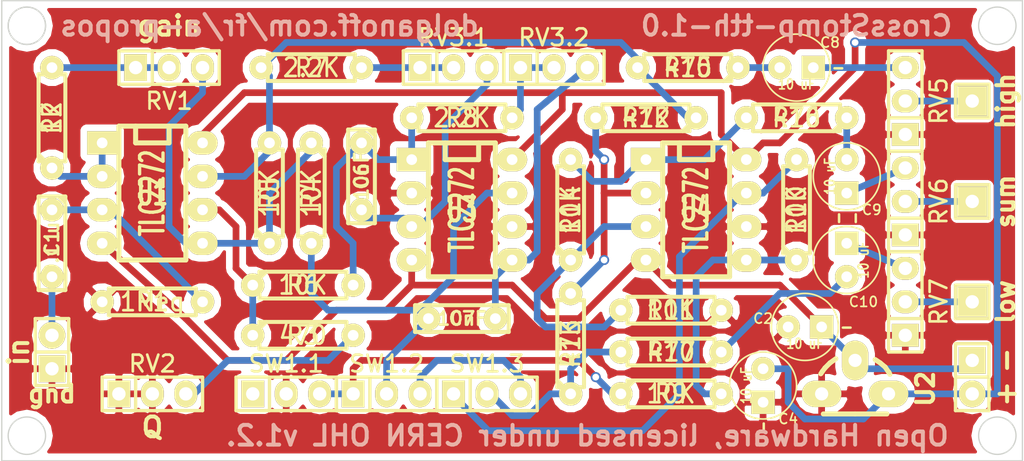
<source format=kicad_pcb>
(kicad_pcb (version 4) (host pcbnew "(2014-09-19 BZR 5142)-product")

  (general
    (links 79)
    (no_connects 0)
    (area 140.136638 78.054999 218.257362 113.080001)
    (thickness 1.6)
    (drawings 21)
    (tracks 192)
    (zones 0)
    (modules 44)
    (nets 35)
  )

  (page A4)
  (layers
    (0 F.Cu signal)
    (31 B.Cu signal)
    (32 B.Adhes user hide)
    (33 F.Adhes user hide)
    (34 B.Paste user hide)
    (35 F.Paste user hide)
    (36 B.SilkS user)
    (37 F.SilkS user)
    (38 B.Mask user)
    (39 F.Mask user)
    (40 Dwgs.User user hide)
    (41 Cmts.User user hide)
    (42 Eco1.User user hide)
    (43 Eco2.User user hide)
    (44 Edge.Cuts user)
    (45 Margin user hide)
    (46 B.CrtYd user hide)
    (47 F.CrtYd user hide)
    (48 B.Fab user hide)
    (49 F.Fab user hide)
  )

  (setup
    (last_trace_width 0.508)
    (trace_clearance 0.381)
    (zone_clearance 0.508)
    (zone_45_only no)
    (trace_min 0.254)
    (segment_width 0.2)
    (edge_width 0.1)
    (via_size 0.762)
    (via_drill 0.508)
    (via_min_size 0.762)
    (via_min_drill 0.508)
    (uvia_size 0.508)
    (uvia_drill 0.127)
    (uvias_allowed no)
    (uvia_min_size 0.508)
    (uvia_min_drill 0.127)
    (pcb_text_width 0.3)
    (pcb_text_size 1.5 1.5)
    (mod_edge_width 0.15)
    (mod_text_size 1 1)
    (mod_text_width 0.15)
    (pad_size 1.5 1.5)
    (pad_drill 0.6)
    (pad_to_mask_clearance 0)
    (aux_axis_origin 0 0)
    (visible_elements 7FFEFF7F)
    (pcbplotparams
      (layerselection 0x00020_00000000)
      (usegerberextensions false)
      (excludeedgelayer false)
      (linewidth 0.100000)
      (plotframeref false)
      (viasonmask false)
      (mode 1)
      (useauxorigin false)
      (hpglpennumber 1)
      (hpglpenspeed 20)
      (hpglpendiameter 15)
      (hpglpenoverlay 2)
      (psnegative false)
      (psa4output false)
      (plotreference true)
      (plotvalue false)
      (plotinvisibletext false)
      (padsonsilk true)
      (subtractmaskfromsilk false)
      (outputformat 4)
      (mirror false)
      (drillshape 2)
      (scaleselection 1)
      (outputdirectory ""))
  )

  (net 0 "")
  (net 1 "Net-(C1-Pad1)")
  (net 2 "Net-(C1-Pad2)")
  (net 3 GND)
  (net 4 V-)
  (net 5 V+)
  (net 6 "Net-(C6-Pad1)")
  (net 7 "Net-(C6-Pad2)")
  (net 8 "Net-(C7-Pad1)")
  (net 9 "Net-(C7-Pad2)")
  (net 10 "Net-(C8-Pad1)")
  (net 11 "Net-(C8-Pad2)")
  (net 12 "Net-(C9-Pad1)")
  (net 13 "Net-(C9-Pad2)")
  (net 14 "Net-(C10-Pad1)")
  (net 15 "Net-(C10-Pad2)")
  (net 16 "Net-(P3-Pad1)")
  (net 17 "Net-(P4-Pad1)")
  (net 18 "Net-(P5-Pad1)")
  (net 19 "Net-(R2-Pad1)")
  (net 20 "Net-(R2-Pad2)")
  (net 21 "Net-(R3-Pad1)")
  (net 22 "Net-(R3-Pad2)")
  (net 23 "Net-(R4-Pad1)")
  (net 24 "Net-(R12-Pad1)")
  (net 25 "Net-(R7-Pad2)")
  (net 26 "Net-(R8-Pad2)")
  (net 27 "Net-(R9-Pad1)")
  (net 28 "Net-(R10-Pad1)")
  (net 29 "Net-(R10-Pad2)")
  (net 30 "Net-(R11-Pad2)")
  (net 31 "Net-(R12-Pad2)")
  (net 32 "Net-(R13-Pad1)")
  (net 33 "Net-(R14-Pad2)")
  (net 34 "Net-(SW1.2-Pad3)")

  (net_class Default "This is the default net class."
    (clearance 0.381)
    (trace_width 0.508)
    (via_dia 0.762)
    (via_drill 0.508)
    (uvia_dia 0.508)
    (uvia_drill 0.127)
    (add_net GND)
    (add_net "Net-(C1-Pad1)")
    (add_net "Net-(C1-Pad2)")
    (add_net "Net-(C10-Pad1)")
    (add_net "Net-(C10-Pad2)")
    (add_net "Net-(C6-Pad1)")
    (add_net "Net-(C6-Pad2)")
    (add_net "Net-(C7-Pad1)")
    (add_net "Net-(C7-Pad2)")
    (add_net "Net-(C8-Pad1)")
    (add_net "Net-(C8-Pad2)")
    (add_net "Net-(C9-Pad1)")
    (add_net "Net-(C9-Pad2)")
    (add_net "Net-(P3-Pad1)")
    (add_net "Net-(P4-Pad1)")
    (add_net "Net-(P5-Pad1)")
    (add_net "Net-(R10-Pad1)")
    (add_net "Net-(R10-Pad2)")
    (add_net "Net-(R11-Pad2)")
    (add_net "Net-(R12-Pad1)")
    (add_net "Net-(R12-Pad2)")
    (add_net "Net-(R13-Pad1)")
    (add_net "Net-(R14-Pad2)")
    (add_net "Net-(R2-Pad1)")
    (add_net "Net-(R2-Pad2)")
    (add_net "Net-(R3-Pad1)")
    (add_net "Net-(R3-Pad2)")
    (add_net "Net-(R4-Pad1)")
    (add_net "Net-(R7-Pad2)")
    (add_net "Net-(R8-Pad2)")
    (add_net "Net-(R9-Pad1)")
    (add_net "Net-(SW1.2-Pad3)")
    (add_net V+)
    (add_net V-)
  )

  (module Custom:C2-LARGE_PADS (layer F.Cu) (tedit 53FE4528) (tstamp 54395F50)
    (at 144.145 96.52 270)
    (descr "Condensateur = 2 pas")
    (tags C)
    (path /53E4C85F)
    (fp_text reference C1 (at 0 0 270) (layer F.SilkS)
      (effects (font (size 1.016 1.016) (thickness 0.2032)))
    )
    (fp_text value "0.1 uF" (at 0 0 270) (layer F.SilkS)
      (effects (font (size 1.016 1.016) (thickness 0.2032)))
    )
    (fp_line (start -3.556 -1.016) (end 3.556 -1.016) (layer F.SilkS) (width 0.3048))
    (fp_line (start 3.556 -1.016) (end 3.556 1.016) (layer F.SilkS) (width 0.3048))
    (fp_line (start 3.556 1.016) (end -3.556 1.016) (layer F.SilkS) (width 0.3048))
    (fp_line (start -3.556 1.016) (end -3.556 -1.016) (layer F.SilkS) (width 0.3048))
    (fp_line (start -3.556 -0.508) (end -3.048 -1.016) (layer F.SilkS) (width 0.3048))
    (pad 1 thru_hole circle (at -2.54 0 270) (size 1.778 1.778) (drill 0.8128) (layers *.Cu *.Mask F.SilkS)
      (net 1 "Net-(C1-Pad1)"))
    (pad 2 thru_hole circle (at 2.54 0 270) (size 1.778 1.778) (drill 0.8128) (layers *.Cu *.Mask F.SilkS)
      (net 2 "Net-(C1-Pad2)"))
    (model discret/capa_2pas_5x5mm.wrl
      (at (xyz 0 0 0))
      (scale (xyz 1 1 1))
      (rotate (xyz 0 0 0))
    )
  )

  (module Custom:C1V5-LARGE_PADS (layer F.Cu) (tedit 543981C4) (tstamp 54395F58)
    (at 201.295 102.87)
    (descr "Condensateur e = 1 pas")
    (tags C)
    (path /53F56504)
    (fp_text reference C2 (at -3.175 -0.635) (layer F.SilkS)
      (effects (font (size 0.762 0.762) (thickness 0.127)))
    )
    (fp_text value "10 uF" (at 0 1.27) (layer F.SilkS)
      (effects (font (size 0.762 0.635) (thickness 0.127)))
    )
    (fp_text user - (at 3.175 0) (layer F.SilkS)
      (effects (font (size 0.762 0.762) (thickness 0.1905)))
    )
    (fp_circle (center 0 0) (end 0.127 -2.54) (layer F.SilkS) (width 0.127))
    (pad 1 thru_hole circle (at -1.27 0) (size 1.778 1.778) (drill 0.8128) (layers *.Cu *.Mask F.SilkS)
      (net 3 GND))
    (pad 2 thru_hole rect (at 1.27 0) (size 1.778 1.778) (drill 0.8128) (layers *.Cu *.Mask F.SilkS)
      (net 4 V-))
    (model discret/c_vert_c1v5.wrl
      (at (xyz 0 0 0))
      (scale (xyz 1 1 1))
      (rotate (xyz 0 0 0))
    )
  )

  (module Custom:C1V5-LARGE_PADS (layer F.Cu) (tedit 543981B8) (tstamp 54395F60)
    (at 198.12 107.315 270)
    (descr "Condensateur e = 1 pas")
    (tags C)
    (path /53E549D6)
    (fp_text reference C4 (at 2.54 -1.905 360) (layer F.SilkS)
      (effects (font (size 0.762 0.762) (thickness 0.127)))
    )
    (fp_text value "10 uF" (at 0 1.27 270) (layer F.SilkS)
      (effects (font (size 0.762 0.635) (thickness 0.127)))
    )
    (fp_text user - (at 3.175 0 270) (layer F.SilkS)
      (effects (font (size 0.762 0.762) (thickness 0.1905)))
    )
    (fp_circle (center 0 0) (end 0.127 -2.54) (layer F.SilkS) (width 0.127))
    (pad 1 thru_hole circle (at -1.27 0 270) (size 1.778 1.778) (drill 0.8128) (layers *.Cu *.Mask F.SilkS)
      (net 5 V+))
    (pad 2 thru_hole rect (at 1.27 0 270) (size 1.778 1.778) (drill 0.8128) (layers *.Cu *.Mask F.SilkS)
      (net 3 GND))
    (model discret/c_vert_c1v5.wrl
      (at (xyz 0 0 0))
      (scale (xyz 1 1 1))
      (rotate (xyz 0 0 0))
    )
  )

  (module Custom:C2-LARGE_PADS (layer F.Cu) (tedit 53FE4528) (tstamp 54395F6B)
    (at 167.64 91.44 270)
    (descr "Condensateur = 2 pas")
    (tags C)
    (path /53E4F0C2)
    (fp_text reference C6 (at 0 0 270) (layer F.SilkS)
      (effects (font (size 1.016 1.016) (thickness 0.2032)))
    )
    (fp_text value 10nF (at 0 0 270) (layer F.SilkS)
      (effects (font (size 1.016 1.016) (thickness 0.2032)))
    )
    (fp_line (start -3.556 -1.016) (end 3.556 -1.016) (layer F.SilkS) (width 0.3048))
    (fp_line (start 3.556 -1.016) (end 3.556 1.016) (layer F.SilkS) (width 0.3048))
    (fp_line (start 3.556 1.016) (end -3.556 1.016) (layer F.SilkS) (width 0.3048))
    (fp_line (start -3.556 1.016) (end -3.556 -1.016) (layer F.SilkS) (width 0.3048))
    (fp_line (start -3.556 -0.508) (end -3.048 -1.016) (layer F.SilkS) (width 0.3048))
    (pad 1 thru_hole circle (at -2.54 0 270) (size 1.778 1.778) (drill 0.8128) (layers *.Cu *.Mask F.SilkS)
      (net 6 "Net-(C6-Pad1)"))
    (pad 2 thru_hole circle (at 2.54 0 270) (size 1.778 1.778) (drill 0.8128) (layers *.Cu *.Mask F.SilkS)
      (net 7 "Net-(C6-Pad2)"))
    (model discret/capa_2pas_5x5mm.wrl
      (at (xyz 0 0 0))
      (scale (xyz 1 1 1))
      (rotate (xyz 0 0 0))
    )
  )

  (module Custom:C2-LARGE_PADS (layer F.Cu) (tedit 53FE4528) (tstamp 54395F76)
    (at 175.26 102.235)
    (descr "Condensateur = 2 pas")
    (tags C)
    (path /53E50786)
    (fp_text reference C7 (at 0 0) (layer F.SilkS)
      (effects (font (size 1.016 1.016) (thickness 0.2032)))
    )
    (fp_text value 10nF (at 0 0) (layer F.SilkS)
      (effects (font (size 1.016 1.016) (thickness 0.2032)))
    )
    (fp_line (start -3.556 -1.016) (end 3.556 -1.016) (layer F.SilkS) (width 0.3048))
    (fp_line (start 3.556 -1.016) (end 3.556 1.016) (layer F.SilkS) (width 0.3048))
    (fp_line (start 3.556 1.016) (end -3.556 1.016) (layer F.SilkS) (width 0.3048))
    (fp_line (start -3.556 1.016) (end -3.556 -1.016) (layer F.SilkS) (width 0.3048))
    (fp_line (start -3.556 -0.508) (end -3.048 -1.016) (layer F.SilkS) (width 0.3048))
    (pad 1 thru_hole circle (at -2.54 0) (size 1.778 1.778) (drill 0.8128) (layers *.Cu *.Mask F.SilkS)
      (net 8 "Net-(C7-Pad1)"))
    (pad 2 thru_hole circle (at 2.54 0) (size 1.778 1.778) (drill 0.8128) (layers *.Cu *.Mask F.SilkS)
      (net 9 "Net-(C7-Pad2)"))
    (model discret/capa_2pas_5x5mm.wrl
      (at (xyz 0 0 0))
      (scale (xyz 1 1 1))
      (rotate (xyz 0 0 0))
    )
  )

  (module Custom:C1V5-LARGE_PADS locked (layer F.Cu) (tedit 543981E2) (tstamp 54395F7E)
    (at 200.66 83.185)
    (descr "Condensateur e = 1 pas")
    (tags C)
    (path /53E5E29E)
    (fp_text reference C8 (at 2.54 -1.905) (layer F.SilkS)
      (effects (font (size 0.762 0.762) (thickness 0.127)))
    )
    (fp_text value "10 uF" (at 0 1.27) (layer F.SilkS)
      (effects (font (size 0.762 0.635) (thickness 0.127)))
    )
    (fp_text user - (at 3.175 0) (layer F.SilkS)
      (effects (font (size 0.762 0.762) (thickness 0.1905)))
    )
    (fp_circle (center 0 0) (end 0.127 -2.54) (layer F.SilkS) (width 0.127))
    (pad 1 thru_hole circle (at -1.27 0) (size 1.778 1.778) (drill 0.8128) (layers *.Cu *.Mask F.SilkS)
      (net 10 "Net-(C8-Pad1)"))
    (pad 2 thru_hole rect (at 1.27 0) (size 1.778 1.778) (drill 0.8128) (layers *.Cu *.Mask F.SilkS)
      (net 11 "Net-(C8-Pad2)"))
    (model discret/c_vert_c1v5.wrl
      (at (xyz 0 0 0))
      (scale (xyz 1 1 1))
      (rotate (xyz 0 0 0))
    )
  )

  (module Custom:C1V5-LARGE_PADS (layer F.Cu) (tedit 543AD37A) (tstamp 54395F86)
    (at 204.47 91.44 270)
    (descr "Condensateur e = 1 pas")
    (tags C)
    (path /53E5EA18)
    (fp_text reference C9 (at 2.54 -1.905 360) (layer F.SilkS)
      (effects (font (size 0.762 0.762) (thickness 0.127)))
    )
    (fp_text value "10 uF" (at 0 1.27 270) (layer F.SilkS)
      (effects (font (size 0.762 0.635) (thickness 0.127)))
    )
    (fp_text user - (at 3.175 0.635 270) (layer F.SilkS)
      (effects (font (size 0.762 0.762) (thickness 0.1905)))
    )
    (fp_circle (center 0 0) (end 0.127 -2.54) (layer F.SilkS) (width 0.127))
    (pad 1 thru_hole circle (at -1.27 0 270) (size 1.778 1.778) (drill 0.8128) (layers *.Cu *.Mask F.SilkS)
      (net 12 "Net-(C9-Pad1)"))
    (pad 2 thru_hole rect (at 1.27 0 270) (size 1.778 1.778) (drill 0.8128) (layers *.Cu *.Mask F.SilkS)
      (net 13 "Net-(C9-Pad2)"))
    (model discret/c_vert_c1v5.wrl
      (at (xyz 0 0 0))
      (scale (xyz 1 1 1))
      (rotate (xyz 0 0 0))
    )
  )

  (module Custom:C1V5-LARGE_PADS (layer F.Cu) (tedit 543AD381) (tstamp 54395F8E)
    (at 204.47 97.79 90)
    (descr "Condensateur e = 1 pas")
    (tags C)
    (path /53E5F6BE)
    (fp_text reference C10 (at -3.175 1.27 180) (layer F.SilkS)
      (effects (font (size 0.762 0.762) (thickness 0.127)))
    )
    (fp_text value "10 uF" (at 0 1.27 90) (layer F.SilkS)
      (effects (font (size 0.762 0.635) (thickness 0.127)))
    )
    (fp_text user - (at 3.175 0.635 90) (layer F.SilkS)
      (effects (font (size 0.762 0.762) (thickness 0.1905)))
    )
    (fp_circle (center 0 0) (end 0.127 -2.54) (layer F.SilkS) (width 0.127))
    (pad 1 thru_hole circle (at -1.27 0 90) (size 1.778 1.778) (drill 0.8128) (layers *.Cu *.Mask F.SilkS)
      (net 14 "Net-(C10-Pad1)"))
    (pad 2 thru_hole rect (at 1.27 0 90) (size 1.778 1.778) (drill 0.8128) (layers *.Cu *.Mask F.SilkS)
      (net 15 "Net-(C10-Pad2)"))
    (model discret/c_vert_c1v5.wrl
      (at (xyz 0 0 0))
      (scale (xyz 1 1 1))
      (rotate (xyz 0 0 0))
    )
  )

  (module Pin_Headers:Pin_Header_Straight_1x02 (layer F.Cu) (tedit 543AD1B5) (tstamp 54396419)
    (at 144.145 104.775 90)
    (descr "1 pin")
    (tags "CONN DEV")
    (path /53E52E0F)
    (fp_text reference P1 (at 0 -2.286 90) (layer F.SilkS) hide
      (effects (font (size 1.27 1.27) (thickness 0.2032)))
    )
    (fp_text value IN (at 0 0 90) (layer F.SilkS) hide
      (effects (font (size 1.27 1.27) (thickness 0.2032)))
    )
    (fp_line (start 0 -1.27) (end 0 1.27) (layer F.SilkS) (width 0.254))
    (fp_line (start -2.54 -1.27) (end -2.54 1.27) (layer F.SilkS) (width 0.254))
    (fp_line (start -2.54 1.27) (end 0 1.27) (layer F.SilkS) (width 0.254))
    (fp_line (start 0 1.27) (end 2.54 1.27) (layer F.SilkS) (width 0.254))
    (fp_line (start 2.54 1.27) (end 2.54 -1.27) (layer F.SilkS) (width 0.254))
    (fp_line (start 2.54 -1.27) (end -2.54 -1.27) (layer F.SilkS) (width 0.254))
    (pad 1 thru_hole rect (at -1.27 0 90) (size 2.032 2.032) (drill 1.016) (layers *.Cu *.Mask F.SilkS)
      (net 3 GND))
    (pad 2 thru_hole oval (at 1.27 0 90) (size 2.032 2.032) (drill 1.016) (layers *.Cu *.Mask F.SilkS)
      (net 2 "Net-(C1-Pad2)"))
    (model Pin_Headers/Pin_Header_Straight_1x02.wrl
      (at (xyz 0 0 0))
      (scale (xyz 1 1 1))
      (rotate (xyz 0 0 0))
    )
  )

  (module Pin_Headers:Pin_Header_Straight_1x02 (layer F.Cu) (tedit 543ACE88) (tstamp 54395FA6)
    (at 213.995 106.68 270)
    (descr "1 pin")
    (tags "CONN DEV")
    (path /53E56850)
    (fp_text reference P2 (at 0 -2.286 270) (layer F.SilkS) hide
      (effects (font (size 1.27 1.27) (thickness 0.2032)))
    )
    (fp_text value 9V (at 0 0 270) (layer F.SilkS) hide
      (effects (font (size 1.27 1.27) (thickness 0.2032)))
    )
    (fp_line (start 0 -1.27) (end 0 1.27) (layer F.SilkS) (width 0.254))
    (fp_line (start -2.54 -1.27) (end -2.54 1.27) (layer F.SilkS) (width 0.254))
    (fp_line (start -2.54 1.27) (end 0 1.27) (layer F.SilkS) (width 0.254))
    (fp_line (start 0 1.27) (end 2.54 1.27) (layer F.SilkS) (width 0.254))
    (fp_line (start 2.54 1.27) (end 2.54 -1.27) (layer F.SilkS) (width 0.254))
    (fp_line (start 2.54 -1.27) (end -2.54 -1.27) (layer F.SilkS) (width 0.254))
    (pad 1 thru_hole rect (at -1.27 0 270) (size 2.032 2.032) (drill 1.016) (layers *.Cu *.Mask F.SilkS)
      (net 4 V-))
    (pad 2 thru_hole oval (at 1.27 0 270) (size 2.032 2.032) (drill 1.016) (layers *.Cu *.Mask F.SilkS)
      (net 5 V+))
    (model Pin_Headers/Pin_Header_Straight_1x02.wrl
      (at (xyz 0 0 0))
      (scale (xyz 1 1 1))
      (rotate (xyz 0 0 0))
    )
  )

  (module Pin_Headers:Pin_Header_Straight_1x01 (layer F.Cu) (tedit 543ACEAD) (tstamp 54395FAF)
    (at 213.995 85.725)
    (descr "1 pin")
    (tags "CONN DEV")
    (path /53E5FA66)
    (fp_text reference P3 (at 2.54 0) (layer F.SilkS) hide
      (effects (font (size 1.27 1.27) (thickness 0.2032)))
    )
    (fp_text value HIGH (at 0 0) (layer F.SilkS) hide
      (effects (font (size 1.27 1.27) (thickness 0.2032)))
    )
    (fp_line (start -1.27 -1.27) (end -1.27 1.27) (layer F.SilkS) (width 0.254))
    (fp_line (start -1.27 1.27) (end 1.27 1.27) (layer F.SilkS) (width 0.254))
    (fp_line (start 1.27 1.27) (end 1.27 -1.27) (layer F.SilkS) (width 0.254))
    (fp_line (start 1.27 -1.27) (end -1.27 -1.27) (layer F.SilkS) (width 0.254))
    (pad 1 thru_hole rect (at 0 0) (size 2.2352 2.2352) (drill 1.016) (layers *.Cu *.Mask F.SilkS)
      (net 16 "Net-(P3-Pad1)"))
    (model Pin_Headers/Pin_Header_Straight_1x01.wrl
      (at (xyz 0 0 0))
      (scale (xyz 1 1 1))
      (rotate (xyz 0 0 0))
    )
  )

  (module Pin_Headers:Pin_Header_Straight_1x01 (layer F.Cu) (tedit 543ACEB2) (tstamp 54395FB8)
    (at 213.995 93.345)
    (descr "1 pin")
    (tags "CONN DEV")
    (path /53E5FAF6)
    (fp_text reference P4 (at 2.54 0) (layer F.SilkS) hide
      (effects (font (size 1.27 1.27) (thickness 0.2032)))
    )
    (fp_text value SUM (at 0 0) (layer F.SilkS) hide
      (effects (font (size 1.27 1.27) (thickness 0.2032)))
    )
    (fp_line (start -1.27 -1.27) (end -1.27 1.27) (layer F.SilkS) (width 0.254))
    (fp_line (start -1.27 1.27) (end 1.27 1.27) (layer F.SilkS) (width 0.254))
    (fp_line (start 1.27 1.27) (end 1.27 -1.27) (layer F.SilkS) (width 0.254))
    (fp_line (start 1.27 -1.27) (end -1.27 -1.27) (layer F.SilkS) (width 0.254))
    (pad 1 thru_hole rect (at 0 0) (size 2.2352 2.2352) (drill 1.016) (layers *.Cu *.Mask F.SilkS)
      (net 17 "Net-(P4-Pad1)"))
    (model Pin_Headers/Pin_Header_Straight_1x01.wrl
      (at (xyz 0 0 0))
      (scale (xyz 1 1 1))
      (rotate (xyz 0 0 0))
    )
  )

  (module Pin_Headers:Pin_Header_Straight_1x01 (layer F.Cu) (tedit 543ACEB6) (tstamp 54395FC1)
    (at 213.995 100.965)
    (descr "1 pin")
    (tags "CONN DEV")
    (path /53E5FF31)
    (fp_text reference P5 (at 2.54 0) (layer F.SilkS) hide
      (effects (font (size 1.27 1.27) (thickness 0.2032)))
    )
    (fp_text value LOW (at 0 0) (layer F.SilkS) hide
      (effects (font (size 1.27 1.27) (thickness 0.2032)))
    )
    (fp_line (start -1.27 -1.27) (end -1.27 1.27) (layer F.SilkS) (width 0.254))
    (fp_line (start -1.27 1.27) (end 1.27 1.27) (layer F.SilkS) (width 0.254))
    (fp_line (start 1.27 1.27) (end 1.27 -1.27) (layer F.SilkS) (width 0.254))
    (fp_line (start 1.27 -1.27) (end -1.27 -1.27) (layer F.SilkS) (width 0.254))
    (pad 1 thru_hole rect (at 0 0) (size 2.2352 2.2352) (drill 1.016) (layers *.Cu *.Mask F.SilkS)
      (net 18 "Net-(P5-Pad1)"))
    (model Pin_Headers/Pin_Header_Straight_1x01.wrl
      (at (xyz 0 0 0))
      (scale (xyz 1 1 1))
      (rotate (xyz 0 0 0))
    )
  )

  (module Custom:R3-LARGE_PADS (layer F.Cu) (tedit 53FE44F3) (tstamp 54395FCF)
    (at 151.765 100.965)
    (descr "Resitance 3 pas")
    (tags R)
    (path /53E4C7CD)
    (autoplace_cost180 10)
    (fp_text reference R1 (at 0 0) (layer F.SilkS)
      (effects (font (size 1.397 1.27) (thickness 0.2032)))
    )
    (fp_text value 1Meg (at 0 0) (layer F.SilkS)
      (effects (font (size 1.397 1.27) (thickness 0.2032)))
    )
    (fp_line (start -3.81 0) (end -3.302 0) (layer F.SilkS) (width 0.3048))
    (fp_line (start 3.81 0) (end 3.302 0) (layer F.SilkS) (width 0.3048))
    (fp_line (start 3.302 0) (end 3.302 -1.016) (layer F.SilkS) (width 0.3048))
    (fp_line (start 3.302 -1.016) (end -3.302 -1.016) (layer F.SilkS) (width 0.3048))
    (fp_line (start -3.302 -1.016) (end -3.302 1.016) (layer F.SilkS) (width 0.3048))
    (fp_line (start -3.302 1.016) (end 3.302 1.016) (layer F.SilkS) (width 0.3048))
    (fp_line (start 3.302 1.016) (end 3.302 0) (layer F.SilkS) (width 0.3048))
    (fp_line (start -3.302 -0.508) (end -2.794 -1.016) (layer F.SilkS) (width 0.3048))
    (pad 1 thru_hole circle (at -3.81 0) (size 1.778 1.778) (drill 0.8128) (layers *.Cu *.Mask F.SilkS)
      (net 3 GND))
    (pad 2 thru_hole circle (at 3.81 0) (size 1.778 1.778) (drill 0.8128) (layers *.Cu *.Mask F.SilkS)
      (net 1 "Net-(C1-Pad1)"))
    (model discret/resistor.wrl
      (at (xyz 0 0 0))
      (scale (xyz 0.3 0.3 0.3))
      (rotate (xyz 0 0 0))
    )
  )

  (module Custom:R3-LARGE_PADS (layer F.Cu) (tedit 53FE44F3) (tstamp 54395FDD)
    (at 144.145 86.995 90)
    (descr "Resitance 3 pas")
    (tags R)
    (path /53E4C8B9)
    (autoplace_cost180 10)
    (fp_text reference R2 (at 0 0 90) (layer F.SilkS)
      (effects (font (size 1.397 1.27) (thickness 0.2032)))
    )
    (fp_text value 1K (at 0 0 90) (layer F.SilkS)
      (effects (font (size 1.397 1.27) (thickness 0.2032)))
    )
    (fp_line (start -3.81 0) (end -3.302 0) (layer F.SilkS) (width 0.3048))
    (fp_line (start 3.81 0) (end 3.302 0) (layer F.SilkS) (width 0.3048))
    (fp_line (start 3.302 0) (end 3.302 -1.016) (layer F.SilkS) (width 0.3048))
    (fp_line (start 3.302 -1.016) (end -3.302 -1.016) (layer F.SilkS) (width 0.3048))
    (fp_line (start -3.302 -1.016) (end -3.302 1.016) (layer F.SilkS) (width 0.3048))
    (fp_line (start -3.302 1.016) (end 3.302 1.016) (layer F.SilkS) (width 0.3048))
    (fp_line (start 3.302 1.016) (end 3.302 0) (layer F.SilkS) (width 0.3048))
    (fp_line (start -3.302 -0.508) (end -2.794 -1.016) (layer F.SilkS) (width 0.3048))
    (pad 1 thru_hole circle (at -3.81 0 90) (size 1.778 1.778) (drill 0.8128) (layers *.Cu *.Mask F.SilkS)
      (net 19 "Net-(R2-Pad1)"))
    (pad 2 thru_hole circle (at 3.81 0 90) (size 1.778 1.778) (drill 0.8128) (layers *.Cu *.Mask F.SilkS)
      (net 20 "Net-(R2-Pad2)"))
    (model discret/resistor.wrl
      (at (xyz 0 0 0))
      (scale (xyz 0.3 0.3 0.3))
      (rotate (xyz 0 0 0))
    )
  )

  (module Custom:R3-LARGE_PADS (layer F.Cu) (tedit 53FE44F3) (tstamp 54395FEB)
    (at 163.195 103.505)
    (descr "Resitance 3 pas")
    (tags R)
    (path /53E4DA81)
    (autoplace_cost180 10)
    (fp_text reference R3 (at 0 0) (layer F.SilkS)
      (effects (font (size 1.397 1.27) (thickness 0.2032)))
    )
    (fp_text value 470 (at 0 0) (layer F.SilkS)
      (effects (font (size 1.397 1.27) (thickness 0.2032)))
    )
    (fp_line (start -3.81 0) (end -3.302 0) (layer F.SilkS) (width 0.3048))
    (fp_line (start 3.81 0) (end 3.302 0) (layer F.SilkS) (width 0.3048))
    (fp_line (start 3.302 0) (end 3.302 -1.016) (layer F.SilkS) (width 0.3048))
    (fp_line (start 3.302 -1.016) (end -3.302 -1.016) (layer F.SilkS) (width 0.3048))
    (fp_line (start -3.302 -1.016) (end -3.302 1.016) (layer F.SilkS) (width 0.3048))
    (fp_line (start -3.302 1.016) (end 3.302 1.016) (layer F.SilkS) (width 0.3048))
    (fp_line (start 3.302 1.016) (end 3.302 0) (layer F.SilkS) (width 0.3048))
    (fp_line (start -3.302 -0.508) (end -2.794 -1.016) (layer F.SilkS) (width 0.3048))
    (pad 1 thru_hole circle (at -3.81 0) (size 1.778 1.778) (drill 0.8128) (layers *.Cu *.Mask F.SilkS)
      (net 21 "Net-(R3-Pad1)"))
    (pad 2 thru_hole circle (at 3.81 0) (size 1.778 1.778) (drill 0.8128) (layers *.Cu *.Mask F.SilkS)
      (net 22 "Net-(R3-Pad2)"))
    (model discret/resistor.wrl
      (at (xyz 0 0 0))
      (scale (xyz 0.3 0.3 0.3))
      (rotate (xyz 0 0 0))
    )
  )

  (module Custom:R3-LARGE_PADS (layer F.Cu) (tedit 53FE44F3) (tstamp 54395FF9)
    (at 163.83 92.71 270)
    (descr "Resitance 3 pas")
    (tags R)
    (path /53E4D9C4)
    (autoplace_cost180 10)
    (fp_text reference R4 (at 0 0 270) (layer F.SilkS)
      (effects (font (size 1.397 1.27) (thickness 0.2032)))
    )
    (fp_text value 10K (at 0 0 270) (layer F.SilkS)
      (effects (font (size 1.397 1.27) (thickness 0.2032)))
    )
    (fp_line (start -3.81 0) (end -3.302 0) (layer F.SilkS) (width 0.3048))
    (fp_line (start 3.81 0) (end 3.302 0) (layer F.SilkS) (width 0.3048))
    (fp_line (start 3.302 0) (end 3.302 -1.016) (layer F.SilkS) (width 0.3048))
    (fp_line (start 3.302 -1.016) (end -3.302 -1.016) (layer F.SilkS) (width 0.3048))
    (fp_line (start -3.302 -1.016) (end -3.302 1.016) (layer F.SilkS) (width 0.3048))
    (fp_line (start -3.302 1.016) (end 3.302 1.016) (layer F.SilkS) (width 0.3048))
    (fp_line (start 3.302 1.016) (end 3.302 0) (layer F.SilkS) (width 0.3048))
    (fp_line (start -3.302 -0.508) (end -2.794 -1.016) (layer F.SilkS) (width 0.3048))
    (pad 1 thru_hole circle (at -3.81 0 270) (size 1.778 1.778) (drill 0.8128) (layers *.Cu *.Mask F.SilkS)
      (net 23 "Net-(R4-Pad1)"))
    (pad 2 thru_hole circle (at 3.81 0 270) (size 1.778 1.778) (drill 0.8128) (layers *.Cu *.Mask F.SilkS)
      (net 8 "Net-(C7-Pad1)"))
    (model discret/resistor.wrl
      (at (xyz 0 0 0))
      (scale (xyz 0.3 0.3 0.3))
      (rotate (xyz 0 0 0))
    )
  )

  (module Custom:R3-LARGE_PADS (layer F.Cu) (tedit 53FE44F3) (tstamp 54396007)
    (at 160.655 92.71 90)
    (descr "Resitance 3 pas")
    (tags R)
    (path /53E4D961)
    (autoplace_cost180 10)
    (fp_text reference R5 (at 0 0 90) (layer F.SilkS)
      (effects (font (size 1.397 1.27) (thickness 0.2032)))
    )
    (fp_text value 10K (at 0 0 90) (layer F.SilkS)
      (effects (font (size 1.397 1.27) (thickness 0.2032)))
    )
    (fp_line (start -3.81 0) (end -3.302 0) (layer F.SilkS) (width 0.3048))
    (fp_line (start 3.81 0) (end 3.302 0) (layer F.SilkS) (width 0.3048))
    (fp_line (start 3.302 0) (end 3.302 -1.016) (layer F.SilkS) (width 0.3048))
    (fp_line (start 3.302 -1.016) (end -3.302 -1.016) (layer F.SilkS) (width 0.3048))
    (fp_line (start -3.302 -1.016) (end -3.302 1.016) (layer F.SilkS) (width 0.3048))
    (fp_line (start -3.302 1.016) (end 3.302 1.016) (layer F.SilkS) (width 0.3048))
    (fp_line (start 3.302 1.016) (end 3.302 0) (layer F.SilkS) (width 0.3048))
    (fp_line (start -3.302 -0.508) (end -2.794 -1.016) (layer F.SilkS) (width 0.3048))
    (pad 1 thru_hole circle (at -3.81 0 90) (size 1.778 1.778) (drill 0.8128) (layers *.Cu *.Mask F.SilkS)
      (net 23 "Net-(R4-Pad1)"))
    (pad 2 thru_hole circle (at 3.81 0 90) (size 1.778 1.778) (drill 0.8128) (layers *.Cu *.Mask F.SilkS)
      (net 24 "Net-(R12-Pad1)"))
    (model discret/resistor.wrl
      (at (xyz 0 0 0))
      (scale (xyz 0.3 0.3 0.3))
      (rotate (xyz 0 0 0))
    )
  )

  (module Custom:R3-LARGE_PADS (layer F.Cu) (tedit 53FE44F3) (tstamp 54396015)
    (at 163.195 99.695)
    (descr "Resitance 3 pas")
    (tags R)
    (path /53E4DA22)
    (autoplace_cost180 10)
    (fp_text reference R6 (at 0 0) (layer F.SilkS)
      (effects (font (size 1.397 1.27) (thickness 0.2032)))
    )
    (fp_text value 10K (at 0 0) (layer F.SilkS)
      (effects (font (size 1.397 1.27) (thickness 0.2032)))
    )
    (fp_line (start -3.81 0) (end -3.302 0) (layer F.SilkS) (width 0.3048))
    (fp_line (start 3.81 0) (end 3.302 0) (layer F.SilkS) (width 0.3048))
    (fp_line (start 3.302 0) (end 3.302 -1.016) (layer F.SilkS) (width 0.3048))
    (fp_line (start 3.302 -1.016) (end -3.302 -1.016) (layer F.SilkS) (width 0.3048))
    (fp_line (start -3.302 -1.016) (end -3.302 1.016) (layer F.SilkS) (width 0.3048))
    (fp_line (start -3.302 1.016) (end 3.302 1.016) (layer F.SilkS) (width 0.3048))
    (fp_line (start 3.302 1.016) (end 3.302 0) (layer F.SilkS) (width 0.3048))
    (fp_line (start -3.302 -0.508) (end -2.794 -1.016) (layer F.SilkS) (width 0.3048))
    (pad 1 thru_hole circle (at -3.81 0) (size 1.778 1.778) (drill 0.8128) (layers *.Cu *.Mask F.SilkS)
      (net 21 "Net-(R3-Pad1)"))
    (pad 2 thru_hole circle (at 3.81 0) (size 1.778 1.778) (drill 0.8128) (layers *.Cu *.Mask F.SilkS)
      (net 6 "Net-(C6-Pad1)"))
    (model discret/resistor.wrl
      (at (xyz 0 0 0))
      (scale (xyz 0.3 0.3 0.3))
      (rotate (xyz 0 0 0))
    )
  )

  (module Custom:R3-LARGE_PADS (layer F.Cu) (tedit 53FE44F3) (tstamp 54396023)
    (at 163.83 83.185)
    (descr "Resitance 3 pas")
    (tags R)
    (path /53E4EAB7)
    (autoplace_cost180 10)
    (fp_text reference R7 (at 0 0) (layer F.SilkS)
      (effects (font (size 1.397 1.27) (thickness 0.2032)))
    )
    (fp_text value 2.2K (at 0 0) (layer F.SilkS)
      (effects (font (size 1.397 1.27) (thickness 0.2032)))
    )
    (fp_line (start -3.81 0) (end -3.302 0) (layer F.SilkS) (width 0.3048))
    (fp_line (start 3.81 0) (end 3.302 0) (layer F.SilkS) (width 0.3048))
    (fp_line (start 3.302 0) (end 3.302 -1.016) (layer F.SilkS) (width 0.3048))
    (fp_line (start 3.302 -1.016) (end -3.302 -1.016) (layer F.SilkS) (width 0.3048))
    (fp_line (start -3.302 -1.016) (end -3.302 1.016) (layer F.SilkS) (width 0.3048))
    (fp_line (start -3.302 1.016) (end 3.302 1.016) (layer F.SilkS) (width 0.3048))
    (fp_line (start 3.302 1.016) (end 3.302 0) (layer F.SilkS) (width 0.3048))
    (fp_line (start -3.302 -0.508) (end -2.794 -1.016) (layer F.SilkS) (width 0.3048))
    (pad 1 thru_hole circle (at -3.81 0) (size 1.778 1.778) (drill 0.8128) (layers *.Cu *.Mask F.SilkS)
      (net 24 "Net-(R12-Pad1)"))
    (pad 2 thru_hole circle (at 3.81 0) (size 1.778 1.778) (drill 0.8128) (layers *.Cu *.Mask F.SilkS)
      (net 25 "Net-(R7-Pad2)"))
    (model discret/resistor.wrl
      (at (xyz 0 0 0))
      (scale (xyz 0.3 0.3 0.3))
      (rotate (xyz 0 0 0))
    )
  )

  (module Custom:R3-LARGE_PADS (layer F.Cu) (tedit 53FE44F3) (tstamp 54396031)
    (at 175.26 86.995)
    (descr "Resitance 3 pas")
    (tags R)
    (path /53E4F6A6)
    (autoplace_cost180 10)
    (fp_text reference R8 (at 0 0) (layer F.SilkS)
      (effects (font (size 1.397 1.27) (thickness 0.2032)))
    )
    (fp_text value 2.2K (at 0 0) (layer F.SilkS)
      (effects (font (size 1.397 1.27) (thickness 0.2032)))
    )
    (fp_line (start -3.81 0) (end -3.302 0) (layer F.SilkS) (width 0.3048))
    (fp_line (start 3.81 0) (end 3.302 0) (layer F.SilkS) (width 0.3048))
    (fp_line (start 3.302 0) (end 3.302 -1.016) (layer F.SilkS) (width 0.3048))
    (fp_line (start 3.302 -1.016) (end -3.302 -1.016) (layer F.SilkS) (width 0.3048))
    (fp_line (start -3.302 -1.016) (end -3.302 1.016) (layer F.SilkS) (width 0.3048))
    (fp_line (start -3.302 1.016) (end 3.302 1.016) (layer F.SilkS) (width 0.3048))
    (fp_line (start 3.302 1.016) (end 3.302 0) (layer F.SilkS) (width 0.3048))
    (fp_line (start -3.302 -0.508) (end -2.794 -1.016) (layer F.SilkS) (width 0.3048))
    (pad 1 thru_hole circle (at -3.81 0) (size 1.778 1.778) (drill 0.8128) (layers *.Cu *.Mask F.SilkS)
      (net 6 "Net-(C6-Pad1)"))
    (pad 2 thru_hole circle (at 3.81 0) (size 1.778 1.778) (drill 0.8128) (layers *.Cu *.Mask F.SilkS)
      (net 26 "Net-(R8-Pad2)"))
    (model discret/resistor.wrl
      (at (xyz 0 0 0))
      (scale (xyz 0.3 0.3 0.3))
      (rotate (xyz 0 0 0))
    )
  )

  (module Custom:R3-LARGE_PADS (layer F.Cu) (tedit 53FE44F3) (tstamp 5439603F)
    (at 191.135 107.95)
    (descr "Resitance 3 pas")
    (tags R)
    (path /53E640F6)
    (autoplace_cost180 10)
    (fp_text reference R9 (at 0 0) (layer F.SilkS)
      (effects (font (size 1.397 1.27) (thickness 0.2032)))
    )
    (fp_text value 10K (at 0 0) (layer F.SilkS)
      (effects (font (size 1.397 1.27) (thickness 0.2032)))
    )
    (fp_line (start -3.81 0) (end -3.302 0) (layer F.SilkS) (width 0.3048))
    (fp_line (start 3.81 0) (end 3.302 0) (layer F.SilkS) (width 0.3048))
    (fp_line (start 3.302 0) (end 3.302 -1.016) (layer F.SilkS) (width 0.3048))
    (fp_line (start 3.302 -1.016) (end -3.302 -1.016) (layer F.SilkS) (width 0.3048))
    (fp_line (start -3.302 -1.016) (end -3.302 1.016) (layer F.SilkS) (width 0.3048))
    (fp_line (start -3.302 1.016) (end 3.302 1.016) (layer F.SilkS) (width 0.3048))
    (fp_line (start 3.302 1.016) (end 3.302 0) (layer F.SilkS) (width 0.3048))
    (fp_line (start -3.302 -0.508) (end -2.794 -1.016) (layer F.SilkS) (width 0.3048))
    (pad 1 thru_hole circle (at -3.81 0) (size 1.778 1.778) (drill 0.8128) (layers *.Cu *.Mask F.SilkS)
      (net 27 "Net-(R9-Pad1)"))
    (pad 2 thru_hole circle (at 3.81 0) (size 1.778 1.778) (drill 0.8128) (layers *.Cu *.Mask F.SilkS)
      (net 28 "Net-(R10-Pad1)"))
    (model discret/resistor.wrl
      (at (xyz 0 0 0))
      (scale (xyz 0.3 0.3 0.3))
      (rotate (xyz 0 0 0))
    )
  )

  (module Custom:R3-LARGE_PADS (layer F.Cu) (tedit 53FE44F3) (tstamp 5439604D)
    (at 200.66 93.98 90)
    (descr "Resitance 3 pas")
    (tags R)
    (path /53E64022)
    (autoplace_cost180 10)
    (fp_text reference R10 (at 0 0 90) (layer F.SilkS)
      (effects (font (size 1.397 1.27) (thickness 0.2032)))
    )
    (fp_text value 10K (at 0 0 90) (layer F.SilkS)
      (effects (font (size 1.397 1.27) (thickness 0.2032)))
    )
    (fp_line (start -3.81 0) (end -3.302 0) (layer F.SilkS) (width 0.3048))
    (fp_line (start 3.81 0) (end 3.302 0) (layer F.SilkS) (width 0.3048))
    (fp_line (start 3.302 0) (end 3.302 -1.016) (layer F.SilkS) (width 0.3048))
    (fp_line (start 3.302 -1.016) (end -3.302 -1.016) (layer F.SilkS) (width 0.3048))
    (fp_line (start -3.302 -1.016) (end -3.302 1.016) (layer F.SilkS) (width 0.3048))
    (fp_line (start -3.302 1.016) (end 3.302 1.016) (layer F.SilkS) (width 0.3048))
    (fp_line (start 3.302 1.016) (end 3.302 0) (layer F.SilkS) (width 0.3048))
    (fp_line (start -3.302 -0.508) (end -2.794 -1.016) (layer F.SilkS) (width 0.3048))
    (pad 1 thru_hole circle (at -3.81 0 90) (size 1.778 1.778) (drill 0.8128) (layers *.Cu *.Mask F.SilkS)
      (net 28 "Net-(R10-Pad1)"))
    (pad 2 thru_hole circle (at 3.81 0 90) (size 1.778 1.778) (drill 0.8128) (layers *.Cu *.Mask F.SilkS)
      (net 29 "Net-(R10-Pad2)"))
    (model discret/resistor.wrl
      (at (xyz 0 0 0))
      (scale (xyz 0.3 0.3 0.3))
      (rotate (xyz 0 0 0))
    )
  )

  (module Custom:R3-LARGE_PADS (layer F.Cu) (tedit 53FE44F3) (tstamp 5439605B)
    (at 191.135 101.6 180)
    (descr "Resitance 3 pas")
    (tags R)
    (path /53E5D93E)
    (autoplace_cost180 10)
    (fp_text reference R11 (at 0 0 180) (layer F.SilkS)
      (effects (font (size 1.397 1.27) (thickness 0.2032)))
    )
    (fp_text value 10K (at 0 0 180) (layer F.SilkS)
      (effects (font (size 1.397 1.27) (thickness 0.2032)))
    )
    (fp_line (start -3.81 0) (end -3.302 0) (layer F.SilkS) (width 0.3048))
    (fp_line (start 3.81 0) (end 3.302 0) (layer F.SilkS) (width 0.3048))
    (fp_line (start 3.302 0) (end 3.302 -1.016) (layer F.SilkS) (width 0.3048))
    (fp_line (start 3.302 -1.016) (end -3.302 -1.016) (layer F.SilkS) (width 0.3048))
    (fp_line (start -3.302 -1.016) (end -3.302 1.016) (layer F.SilkS) (width 0.3048))
    (fp_line (start -3.302 1.016) (end 3.302 1.016) (layer F.SilkS) (width 0.3048))
    (fp_line (start 3.302 1.016) (end 3.302 0) (layer F.SilkS) (width 0.3048))
    (fp_line (start -3.302 -0.508) (end -2.794 -1.016) (layer F.SilkS) (width 0.3048))
    (pad 1 thru_hole circle (at -3.81 0 180) (size 1.778 1.778) (drill 0.8128) (layers *.Cu *.Mask F.SilkS)
      (net 3 GND))
    (pad 2 thru_hole circle (at 3.81 0 180) (size 1.778 1.778) (drill 0.8128) (layers *.Cu *.Mask F.SilkS)
      (net 30 "Net-(R11-Pad2)"))
    (model discret/resistor.wrl
      (at (xyz 0 0 0))
      (scale (xyz 0.3 0.3 0.3))
      (rotate (xyz 0 0 0))
    )
  )

  (module Custom:R3-LARGE_PADS (layer F.Cu) (tedit 53FE44F3) (tstamp 54396069)
    (at 189.23 86.995 180)
    (descr "Resitance 3 pas")
    (tags R)
    (path /53E5DAF0)
    (autoplace_cost180 10)
    (fp_text reference R12 (at 0 0 180) (layer F.SilkS)
      (effects (font (size 1.397 1.27) (thickness 0.2032)))
    )
    (fp_text value 47K (at 0 0 180) (layer F.SilkS)
      (effects (font (size 1.397 1.27) (thickness 0.2032)))
    )
    (fp_line (start -3.81 0) (end -3.302 0) (layer F.SilkS) (width 0.3048))
    (fp_line (start 3.81 0) (end 3.302 0) (layer F.SilkS) (width 0.3048))
    (fp_line (start 3.302 0) (end 3.302 -1.016) (layer F.SilkS) (width 0.3048))
    (fp_line (start 3.302 -1.016) (end -3.302 -1.016) (layer F.SilkS) (width 0.3048))
    (fp_line (start -3.302 -1.016) (end -3.302 1.016) (layer F.SilkS) (width 0.3048))
    (fp_line (start -3.302 1.016) (end 3.302 1.016) (layer F.SilkS) (width 0.3048))
    (fp_line (start 3.302 1.016) (end 3.302 0) (layer F.SilkS) (width 0.3048))
    (fp_line (start -3.302 -0.508) (end -2.794 -1.016) (layer F.SilkS) (width 0.3048))
    (pad 1 thru_hole circle (at -3.81 0 180) (size 1.778 1.778) (drill 0.8128) (layers *.Cu *.Mask F.SilkS)
      (net 24 "Net-(R12-Pad1)"))
    (pad 2 thru_hole circle (at 3.81 0 180) (size 1.778 1.778) (drill 0.8128) (layers *.Cu *.Mask F.SilkS)
      (net 31 "Net-(R12-Pad2)"))
    (model discret/resistor.wrl
      (at (xyz 0 0 0))
      (scale (xyz 0.3 0.3 0.3))
      (rotate (xyz 0 0 0))
    )
  )

  (module Custom:R3-LARGE_PADS (layer F.Cu) (tedit 53FE44F3) (tstamp 54396077)
    (at 183.515 104.14 90)
    (descr "Resitance 3 pas")
    (tags R)
    (path /53E5DB5D)
    (autoplace_cost180 10)
    (fp_text reference R13 (at 0 0 90) (layer F.SilkS)
      (effects (font (size 1.397 1.27) (thickness 0.2032)))
    )
    (fp_text value 47K (at 0 0 90) (layer F.SilkS)
      (effects (font (size 1.397 1.27) (thickness 0.2032)))
    )
    (fp_line (start -3.81 0) (end -3.302 0) (layer F.SilkS) (width 0.3048))
    (fp_line (start 3.81 0) (end 3.302 0) (layer F.SilkS) (width 0.3048))
    (fp_line (start 3.302 0) (end 3.302 -1.016) (layer F.SilkS) (width 0.3048))
    (fp_line (start 3.302 -1.016) (end -3.302 -1.016) (layer F.SilkS) (width 0.3048))
    (fp_line (start -3.302 -1.016) (end -3.302 1.016) (layer F.SilkS) (width 0.3048))
    (fp_line (start -3.302 1.016) (end 3.302 1.016) (layer F.SilkS) (width 0.3048))
    (fp_line (start 3.302 1.016) (end 3.302 0) (layer F.SilkS) (width 0.3048))
    (fp_line (start -3.302 -0.508) (end -2.794 -1.016) (layer F.SilkS) (width 0.3048))
    (pad 1 thru_hole circle (at -3.81 0 90) (size 1.778 1.778) (drill 0.8128) (layers *.Cu *.Mask F.SilkS)
      (net 32 "Net-(R13-Pad1)"))
    (pad 2 thru_hole circle (at 3.81 0 90) (size 1.778 1.778) (drill 0.8128) (layers *.Cu *.Mask F.SilkS)
      (net 31 "Net-(R12-Pad2)"))
    (model discret/resistor.wrl
      (at (xyz 0 0 0))
      (scale (xyz 0.3 0.3 0.3))
      (rotate (xyz 0 0 0))
    )
  )

  (module Custom:R3-LARGE_PADS (layer F.Cu) (tedit 53FE44F3) (tstamp 54396085)
    (at 183.515 93.98 90)
    (descr "Resitance 3 pas")
    (tags R)
    (path /53E5D42B)
    (autoplace_cost180 10)
    (fp_text reference R14 (at 0 0 90) (layer F.SilkS)
      (effects (font (size 1.397 1.27) (thickness 0.2032)))
    )
    (fp_text value 10K (at 0 0 90) (layer F.SilkS)
      (effects (font (size 1.397 1.27) (thickness 0.2032)))
    )
    (fp_line (start -3.81 0) (end -3.302 0) (layer F.SilkS) (width 0.3048))
    (fp_line (start 3.81 0) (end 3.302 0) (layer F.SilkS) (width 0.3048))
    (fp_line (start 3.302 0) (end 3.302 -1.016) (layer F.SilkS) (width 0.3048))
    (fp_line (start 3.302 -1.016) (end -3.302 -1.016) (layer F.SilkS) (width 0.3048))
    (fp_line (start -3.302 -1.016) (end -3.302 1.016) (layer F.SilkS) (width 0.3048))
    (fp_line (start -3.302 1.016) (end 3.302 1.016) (layer F.SilkS) (width 0.3048))
    (fp_line (start 3.302 1.016) (end 3.302 0) (layer F.SilkS) (width 0.3048))
    (fp_line (start -3.302 -0.508) (end -2.794 -1.016) (layer F.SilkS) (width 0.3048))
    (pad 1 thru_hole circle (at -3.81 0 90) (size 1.778 1.778) (drill 0.8128) (layers *.Cu *.Mask F.SilkS)
      (net 30 "Net-(R11-Pad2)"))
    (pad 2 thru_hole circle (at 3.81 0 90) (size 1.778 1.778) (drill 0.8128) (layers *.Cu *.Mask F.SilkS)
      (net 33 "Net-(R14-Pad2)"))
    (model discret/resistor.wrl
      (at (xyz 0 0 0))
      (scale (xyz 0.3 0.3 0.3))
      (rotate (xyz 0 0 0))
    )
  )

  (module Custom:R3-LARGE_PADS (layer F.Cu) (tedit 53FE44F3) (tstamp 54396093)
    (at 192.405 83.185 180)
    (descr "Resitance 3 pas")
    (tags R)
    (path /53E5E202)
    (autoplace_cost180 10)
    (fp_text reference R15 (at 0 0 180) (layer F.SilkS)
      (effects (font (size 1.397 1.27) (thickness 0.2032)))
    )
    (fp_text value 470 (at 0 0 180) (layer F.SilkS)
      (effects (font (size 1.397 1.27) (thickness 0.2032)))
    )
    (fp_line (start -3.81 0) (end -3.302 0) (layer F.SilkS) (width 0.3048))
    (fp_line (start 3.81 0) (end 3.302 0) (layer F.SilkS) (width 0.3048))
    (fp_line (start 3.302 0) (end 3.302 -1.016) (layer F.SilkS) (width 0.3048))
    (fp_line (start 3.302 -1.016) (end -3.302 -1.016) (layer F.SilkS) (width 0.3048))
    (fp_line (start -3.302 -1.016) (end -3.302 1.016) (layer F.SilkS) (width 0.3048))
    (fp_line (start -3.302 1.016) (end 3.302 1.016) (layer F.SilkS) (width 0.3048))
    (fp_line (start 3.302 1.016) (end 3.302 0) (layer F.SilkS) (width 0.3048))
    (fp_line (start -3.302 -0.508) (end -2.794 -1.016) (layer F.SilkS) (width 0.3048))
    (pad 1 thru_hole circle (at -3.81 0 180) (size 1.778 1.778) (drill 0.8128) (layers *.Cu *.Mask F.SilkS)
      (net 10 "Net-(C8-Pad1)"))
    (pad 2 thru_hole circle (at 3.81 0 180) (size 1.778 1.778) (drill 0.8128) (layers *.Cu *.Mask F.SilkS)
      (net 24 "Net-(R12-Pad1)"))
    (model discret/resistor.wrl
      (at (xyz 0 0 0))
      (scale (xyz 0.3 0.3 0.3))
      (rotate (xyz 0 0 0))
    )
  )

  (module Custom:R3-LARGE_PADS (layer F.Cu) (tedit 53FE44F3) (tstamp 543960A1)
    (at 200.66 86.995 180)
    (descr "Resitance 3 pas")
    (tags R)
    (path /53E5EA12)
    (autoplace_cost180 10)
    (fp_text reference R16 (at 0 0 180) (layer F.SilkS)
      (effects (font (size 1.397 1.27) (thickness 0.2032)))
    )
    (fp_text value 470 (at 0 0 180) (layer F.SilkS)
      (effects (font (size 1.397 1.27) (thickness 0.2032)))
    )
    (fp_line (start -3.81 0) (end -3.302 0) (layer F.SilkS) (width 0.3048))
    (fp_line (start 3.81 0) (end 3.302 0) (layer F.SilkS) (width 0.3048))
    (fp_line (start 3.302 0) (end 3.302 -1.016) (layer F.SilkS) (width 0.3048))
    (fp_line (start 3.302 -1.016) (end -3.302 -1.016) (layer F.SilkS) (width 0.3048))
    (fp_line (start -3.302 -1.016) (end -3.302 1.016) (layer F.SilkS) (width 0.3048))
    (fp_line (start -3.302 1.016) (end 3.302 1.016) (layer F.SilkS) (width 0.3048))
    (fp_line (start 3.302 1.016) (end 3.302 0) (layer F.SilkS) (width 0.3048))
    (fp_line (start -3.302 -0.508) (end -2.794 -1.016) (layer F.SilkS) (width 0.3048))
    (pad 1 thru_hole circle (at -3.81 0 180) (size 1.778 1.778) (drill 0.8128) (layers *.Cu *.Mask F.SilkS)
      (net 12 "Net-(C9-Pad1)"))
    (pad 2 thru_hole circle (at 3.81 0 180) (size 1.778 1.778) (drill 0.8128) (layers *.Cu *.Mask F.SilkS)
      (net 33 "Net-(R14-Pad2)"))
    (model discret/resistor.wrl
      (at (xyz 0 0 0))
      (scale (xyz 0.3 0.3 0.3))
      (rotate (xyz 0 0 0))
    )
  )

  (module Custom:R3-LARGE_PADS (layer F.Cu) (tedit 53FE44F3) (tstamp 543960AF)
    (at 191.135 104.775 180)
    (descr "Resitance 3 pas")
    (tags R)
    (path /53E5F6B8)
    (autoplace_cost180 10)
    (fp_text reference R17 (at 0 0 180) (layer F.SilkS)
      (effects (font (size 1.397 1.27) (thickness 0.2032)))
    )
    (fp_text value 470 (at 0 0 180) (layer F.SilkS)
      (effects (font (size 1.397 1.27) (thickness 0.2032)))
    )
    (fp_line (start -3.81 0) (end -3.302 0) (layer F.SilkS) (width 0.3048))
    (fp_line (start 3.81 0) (end 3.302 0) (layer F.SilkS) (width 0.3048))
    (fp_line (start 3.302 0) (end 3.302 -1.016) (layer F.SilkS) (width 0.3048))
    (fp_line (start 3.302 -1.016) (end -3.302 -1.016) (layer F.SilkS) (width 0.3048))
    (fp_line (start -3.302 -1.016) (end -3.302 1.016) (layer F.SilkS) (width 0.3048))
    (fp_line (start -3.302 1.016) (end 3.302 1.016) (layer F.SilkS) (width 0.3048))
    (fp_line (start 3.302 1.016) (end 3.302 0) (layer F.SilkS) (width 0.3048))
    (fp_line (start -3.302 -0.508) (end -2.794 -1.016) (layer F.SilkS) (width 0.3048))
    (pad 1 thru_hole circle (at -3.81 0 180) (size 1.778 1.778) (drill 0.8128) (layers *.Cu *.Mask F.SilkS)
      (net 14 "Net-(C10-Pad1)"))
    (pad 2 thru_hole circle (at 3.81 0 180) (size 1.778 1.778) (drill 0.8128) (layers *.Cu *.Mask F.SilkS)
      (net 32 "Net-(R13-Pad1)"))
    (model discret/resistor.wrl
      (at (xyz 0 0 0))
      (scale (xyz 0.3 0.3 0.3))
      (rotate (xyz 0 0 0))
    )
  )

  (module Pin_Headers:Pin_Header_Straight_1x03 (layer F.Cu) (tedit 543AD512) (tstamp 543960BD)
    (at 153.035 83.185)
    (descr "1 pin")
    (tags "CONN DEV")
    (path /53E4CA43)
    (fp_text reference RV1 (at 0 2.54) (layer F.SilkS)
      (effects (font (size 1.27 1.27) (thickness 0.2032)))
    )
    (fp_text value "B 25K" (at 0 0) (layer F.SilkS) hide
      (effects (font (size 1.27 1.27) (thickness 0.2032)))
    )
    (fp_line (start -1.27 1.27) (end 3.81 1.27) (layer F.SilkS) (width 0.254))
    (fp_line (start 3.81 1.27) (end 3.81 -1.27) (layer F.SilkS) (width 0.254))
    (fp_line (start 3.81 -1.27) (end -1.27 -1.27) (layer F.SilkS) (width 0.254))
    (fp_line (start -3.81 -1.27) (end -1.27 -1.27) (layer F.SilkS) (width 0.254))
    (fp_line (start -1.27 -1.27) (end -1.27 1.27) (layer F.SilkS) (width 0.254))
    (fp_line (start -3.81 -1.27) (end -3.81 1.27) (layer F.SilkS) (width 0.254))
    (fp_line (start -3.81 1.27) (end -1.27 1.27) (layer F.SilkS) (width 0.254))
    (pad 1 thru_hole rect (at -2.54 0) (size 1.7272 2.032) (drill 1.016) (layers *.Cu *.Mask F.SilkS)
      (net 20 "Net-(R2-Pad2)"))
    (pad 2 thru_hole oval (at 0 0) (size 1.7272 2.032) (drill 1.016) (layers *.Cu *.Mask F.SilkS)
      (net 20 "Net-(R2-Pad2)"))
    (pad 3 thru_hole oval (at 2.54 0) (size 1.7272 2.032) (drill 1.016) (layers *.Cu *.Mask F.SilkS)
      (net 23 "Net-(R4-Pad1)"))
    (model Pin_Headers/Pin_Header_Straight_1x03.wrl
      (at (xyz 0 0 0))
      (scale (xyz 1 1 1))
      (rotate (xyz 0 0 0))
    )
  )

  (module Pin_Headers:Pin_Header_Straight_1x03 (layer F.Cu) (tedit 54395D32) (tstamp 543960CB)
    (at 151.765 107.95)
    (descr "1 pin")
    (tags "CONN DEV")
    (path /53E4DAC9)
    (fp_text reference RV2 (at 0 -2.286) (layer F.SilkS)
      (effects (font (size 1.27 1.27) (thickness 0.2032)))
    )
    (fp_text value "B 25K" (at 0 0) (layer F.SilkS) hide
      (effects (font (size 1.27 1.27) (thickness 0.2032)))
    )
    (fp_line (start -1.27 1.27) (end 3.81 1.27) (layer F.SilkS) (width 0.254))
    (fp_line (start 3.81 1.27) (end 3.81 -1.27) (layer F.SilkS) (width 0.254))
    (fp_line (start 3.81 -1.27) (end -1.27 -1.27) (layer F.SilkS) (width 0.254))
    (fp_line (start -3.81 -1.27) (end -1.27 -1.27) (layer F.SilkS) (width 0.254))
    (fp_line (start -1.27 -1.27) (end -1.27 1.27) (layer F.SilkS) (width 0.254))
    (fp_line (start -3.81 -1.27) (end -3.81 1.27) (layer F.SilkS) (width 0.254))
    (fp_line (start -3.81 1.27) (end -1.27 1.27) (layer F.SilkS) (width 0.254))
    (pad 1 thru_hole rect (at -2.54 0) (size 1.7272 2.032) (drill 1.016) (layers *.Cu *.Mask F.SilkS)
      (net 3 GND))
    (pad 2 thru_hole oval (at 0 0) (size 1.7272 2.032) (drill 1.016) (layers *.Cu *.Mask F.SilkS)
      (net 3 GND))
    (pad 3 thru_hole oval (at 2.54 0) (size 1.7272 2.032) (drill 1.016) (layers *.Cu *.Mask F.SilkS)
      (net 22 "Net-(R3-Pad2)"))
    (model Pin_Headers/Pin_Header_Straight_1x03.wrl
      (at (xyz 0 0 0))
      (scale (xyz 1 1 1))
      (rotate (xyz 0 0 0))
    )
  )

  (module Pin_Headers:Pin_Header_Straight_1x03 (layer F.Cu) (tedit 54395D32) (tstamp 543960D9)
    (at 174.625 83.185)
    (descr "1 pin")
    (tags "CONN DEV")
    (path /53E4EBF4)
    (fp_text reference RV3.1 (at 0 -2.286) (layer F.SilkS)
      (effects (font (size 1.27 1.27) (thickness 0.2032)))
    )
    (fp_text value "C 100K" (at 0 0) (layer F.SilkS) hide
      (effects (font (size 1.27 1.27) (thickness 0.2032)))
    )
    (fp_line (start -1.27 1.27) (end 3.81 1.27) (layer F.SilkS) (width 0.254))
    (fp_line (start 3.81 1.27) (end 3.81 -1.27) (layer F.SilkS) (width 0.254))
    (fp_line (start 3.81 -1.27) (end -1.27 -1.27) (layer F.SilkS) (width 0.254))
    (fp_line (start -3.81 -1.27) (end -1.27 -1.27) (layer F.SilkS) (width 0.254))
    (fp_line (start -1.27 -1.27) (end -1.27 1.27) (layer F.SilkS) (width 0.254))
    (fp_line (start -3.81 -1.27) (end -3.81 1.27) (layer F.SilkS) (width 0.254))
    (fp_line (start -3.81 1.27) (end -1.27 1.27) (layer F.SilkS) (width 0.254))
    (pad 1 thru_hole rect (at -2.54 0) (size 1.7272 2.032) (drill 1.016) (layers *.Cu *.Mask F.SilkS)
      (net 25 "Net-(R7-Pad2)"))
    (pad 2 thru_hole oval (at 0 0) (size 1.7272 2.032) (drill 1.016) (layers *.Cu *.Mask F.SilkS)
      (net 25 "Net-(R7-Pad2)"))
    (pad 3 thru_hole oval (at 2.54 0) (size 1.7272 2.032) (drill 1.016) (layers *.Cu *.Mask F.SilkS)
      (net 7 "Net-(C6-Pad2)"))
    (model Pin_Headers/Pin_Header_Straight_1x03.wrl
      (at (xyz 0 0 0))
      (scale (xyz 1 1 1))
      (rotate (xyz 0 0 0))
    )
  )

  (module Pin_Headers:Pin_Header_Straight_1x03 (layer F.Cu) (tedit 54395D32) (tstamp 543960E7)
    (at 182.245 83.185)
    (descr "1 pin")
    (tags "CONN DEV")
    (path /53E4F6AC)
    (fp_text reference RV3.2 (at 0 -2.286) (layer F.SilkS)
      (effects (font (size 1.27 1.27) (thickness 0.2032)))
    )
    (fp_text value "C 100K" (at 0 0) (layer F.SilkS) hide
      (effects (font (size 1.27 1.27) (thickness 0.2032)))
    )
    (fp_line (start -1.27 1.27) (end 3.81 1.27) (layer F.SilkS) (width 0.254))
    (fp_line (start 3.81 1.27) (end 3.81 -1.27) (layer F.SilkS) (width 0.254))
    (fp_line (start 3.81 -1.27) (end -1.27 -1.27) (layer F.SilkS) (width 0.254))
    (fp_line (start -3.81 -1.27) (end -1.27 -1.27) (layer F.SilkS) (width 0.254))
    (fp_line (start -1.27 -1.27) (end -1.27 1.27) (layer F.SilkS) (width 0.254))
    (fp_line (start -3.81 -1.27) (end -3.81 1.27) (layer F.SilkS) (width 0.254))
    (fp_line (start -3.81 1.27) (end -1.27 1.27) (layer F.SilkS) (width 0.254))
    (pad 1 thru_hole rect (at -2.54 0) (size 1.7272 2.032) (drill 1.016) (layers *.Cu *.Mask F.SilkS)
      (net 26 "Net-(R8-Pad2)"))
    (pad 2 thru_hole oval (at 0 0) (size 1.7272 2.032) (drill 1.016) (layers *.Cu *.Mask F.SilkS)
      (net 26 "Net-(R8-Pad2)"))
    (pad 3 thru_hole oval (at 2.54 0) (size 1.7272 2.032) (drill 1.016) (layers *.Cu *.Mask F.SilkS)
      (net 9 "Net-(C7-Pad2)"))
    (model Pin_Headers/Pin_Header_Straight_1x03.wrl
      (at (xyz 0 0 0))
      (scale (xyz 1 1 1))
      (rotate (xyz 0 0 0))
    )
  )

  (module Pin_Headers:Pin_Header_Straight_1x03 (layer F.Cu) (tedit 543ACD29) (tstamp 543960F5)
    (at 208.915 85.725 90)
    (descr "1 pin")
    (tags "CONN DEV")
    (path /53E844C3)
    (fp_text reference RV5 (at 0 2.54 90) (layer F.SilkS)
      (effects (font (size 1.27 1.27) (thickness 0.2032)))
    )
    (fp_text value "A 10K" (at 0 0 90) (layer F.SilkS) hide
      (effects (font (size 1.27 1.27) (thickness 0.2032)))
    )
    (fp_line (start -1.27 1.27) (end 3.81 1.27) (layer F.SilkS) (width 0.254))
    (fp_line (start 3.81 1.27) (end 3.81 -1.27) (layer F.SilkS) (width 0.254))
    (fp_line (start 3.81 -1.27) (end -1.27 -1.27) (layer F.SilkS) (width 0.254))
    (fp_line (start -3.81 -1.27) (end -1.27 -1.27) (layer F.SilkS) (width 0.254))
    (fp_line (start -1.27 -1.27) (end -1.27 1.27) (layer F.SilkS) (width 0.254))
    (fp_line (start -3.81 -1.27) (end -3.81 1.27) (layer F.SilkS) (width 0.254))
    (fp_line (start -3.81 1.27) (end -1.27 1.27) (layer F.SilkS) (width 0.254))
    (pad 1 thru_hole rect (at -2.54 0 90) (size 1.7272 2.032) (drill 1.016) (layers *.Cu *.Mask F.SilkS)
      (net 3 GND))
    (pad 2 thru_hole oval (at 0 0 90) (size 1.7272 2.032) (drill 1.016) (layers *.Cu *.Mask F.SilkS)
      (net 16 "Net-(P3-Pad1)"))
    (pad 3 thru_hole oval (at 2.54 0 90) (size 1.7272 2.032) (drill 1.016) (layers *.Cu *.Mask F.SilkS)
      (net 11 "Net-(C8-Pad2)"))
    (model Pin_Headers/Pin_Header_Straight_1x03.wrl
      (at (xyz 0 0 0))
      (scale (xyz 1 1 1))
      (rotate (xyz 0 0 0))
    )
  )

  (module Pin_Headers:Pin_Header_Straight_1x03 (layer F.Cu) (tedit 543ACD20) (tstamp 54396103)
    (at 208.915 93.345 90)
    (descr "1 pin")
    (tags "CONN DEV")
    (path /53E84516)
    (fp_text reference RV6 (at 0 2.54 90) (layer F.SilkS)
      (effects (font (size 1.27 1.27) (thickness 0.2032)))
    )
    (fp_text value "A 10K" (at 0 0 90) (layer F.SilkS) hide
      (effects (font (size 1.27 1.27) (thickness 0.2032)))
    )
    (fp_line (start -1.27 1.27) (end 3.81 1.27) (layer F.SilkS) (width 0.254))
    (fp_line (start 3.81 1.27) (end 3.81 -1.27) (layer F.SilkS) (width 0.254))
    (fp_line (start 3.81 -1.27) (end -1.27 -1.27) (layer F.SilkS) (width 0.254))
    (fp_line (start -3.81 -1.27) (end -1.27 -1.27) (layer F.SilkS) (width 0.254))
    (fp_line (start -1.27 -1.27) (end -1.27 1.27) (layer F.SilkS) (width 0.254))
    (fp_line (start -3.81 -1.27) (end -3.81 1.27) (layer F.SilkS) (width 0.254))
    (fp_line (start -3.81 1.27) (end -1.27 1.27) (layer F.SilkS) (width 0.254))
    (pad 1 thru_hole rect (at -2.54 0 90) (size 1.7272 2.032) (drill 1.016) (layers *.Cu *.Mask F.SilkS)
      (net 3 GND))
    (pad 2 thru_hole oval (at 0 0 90) (size 1.7272 2.032) (drill 1.016) (layers *.Cu *.Mask F.SilkS)
      (net 17 "Net-(P4-Pad1)"))
    (pad 3 thru_hole oval (at 2.54 0 90) (size 1.7272 2.032) (drill 1.016) (layers *.Cu *.Mask F.SilkS)
      (net 13 "Net-(C9-Pad2)"))
    (model Pin_Headers/Pin_Header_Straight_1x03.wrl
      (at (xyz 0 0 0))
      (scale (xyz 1 1 1))
      (rotate (xyz 0 0 0))
    )
  )

  (module Pin_Headers:Pin_Header_Straight_1x03 (layer F.Cu) (tedit 543ACD23) (tstamp 54396111)
    (at 208.915 100.965 90)
    (descr "1 pin")
    (tags "CONN DEV")
    (path /53E84574)
    (fp_text reference RV7 (at 0 2.54 90) (layer F.SilkS)
      (effects (font (size 1.27 1.27) (thickness 0.2032)))
    )
    (fp_text value "A 10K" (at 0 0 90) (layer F.SilkS) hide
      (effects (font (size 1.27 1.27) (thickness 0.2032)))
    )
    (fp_line (start -1.27 1.27) (end 3.81 1.27) (layer F.SilkS) (width 0.254))
    (fp_line (start 3.81 1.27) (end 3.81 -1.27) (layer F.SilkS) (width 0.254))
    (fp_line (start 3.81 -1.27) (end -1.27 -1.27) (layer F.SilkS) (width 0.254))
    (fp_line (start -3.81 -1.27) (end -1.27 -1.27) (layer F.SilkS) (width 0.254))
    (fp_line (start -1.27 -1.27) (end -1.27 1.27) (layer F.SilkS) (width 0.254))
    (fp_line (start -3.81 -1.27) (end -3.81 1.27) (layer F.SilkS) (width 0.254))
    (fp_line (start -3.81 1.27) (end -1.27 1.27) (layer F.SilkS) (width 0.254))
    (pad 1 thru_hole rect (at -2.54 0 90) (size 1.7272 2.032) (drill 1.016) (layers *.Cu *.Mask F.SilkS)
      (net 3 GND))
    (pad 2 thru_hole oval (at 0 0 90) (size 1.7272 2.032) (drill 1.016) (layers *.Cu *.Mask F.SilkS)
      (net 18 "Net-(P5-Pad1)"))
    (pad 3 thru_hole oval (at 2.54 0 90) (size 1.7272 2.032) (drill 1.016) (layers *.Cu *.Mask F.SilkS)
      (net 15 "Net-(C10-Pad2)"))
    (model Pin_Headers/Pin_Header_Straight_1x03.wrl
      (at (xyz 0 0 0))
      (scale (xyz 1 1 1))
      (rotate (xyz 0 0 0))
    )
  )

  (module Pin_Headers:Pin_Header_Straight_1x03 (layer F.Cu) (tedit 54395D32) (tstamp 5439611F)
    (at 161.925 107.95)
    (descr "1 pin")
    (tags "CONN DEV")
    (path /53F4FAFD)
    (fp_text reference SW1.1 (at 0 -2.286) (layer F.SilkS)
      (effects (font (size 1.27 1.27) (thickness 0.2032)))
    )
    (fp_text value SW-SPDT (at 0 0) (layer F.SilkS) hide
      (effects (font (size 1.27 1.27) (thickness 0.2032)))
    )
    (fp_line (start -1.27 1.27) (end 3.81 1.27) (layer F.SilkS) (width 0.254))
    (fp_line (start 3.81 1.27) (end 3.81 -1.27) (layer F.SilkS) (width 0.254))
    (fp_line (start 3.81 -1.27) (end -1.27 -1.27) (layer F.SilkS) (width 0.254))
    (fp_line (start -3.81 -1.27) (end -1.27 -1.27) (layer F.SilkS) (width 0.254))
    (fp_line (start -1.27 -1.27) (end -1.27 1.27) (layer F.SilkS) (width 0.254))
    (fp_line (start -3.81 -1.27) (end -3.81 1.27) (layer F.SilkS) (width 0.254))
    (fp_line (start -3.81 1.27) (end -1.27 1.27) (layer F.SilkS) (width 0.254))
    (pad 1 thru_hole rect (at -2.54 0) (size 1.7272 2.032) (drill 1.016) (layers *.Cu *.Mask F.SilkS))
    (pad 2 thru_hole oval (at 0 0) (size 1.7272 2.032) (drill 1.016) (layers *.Cu *.Mask F.SilkS)
      (net 3 GND))
    (pad 3 thru_hole oval (at 2.54 0) (size 1.7272 2.032) (drill 1.016) (layers *.Cu *.Mask F.SilkS)
      (net 27 "Net-(R9-Pad1)"))
    (model Pin_Headers/Pin_Header_Straight_1x03.wrl
      (at (xyz 0 0 0))
      (scale (xyz 1 1 1))
      (rotate (xyz 0 0 0))
    )
  )

  (module Pin_Headers:Pin_Header_Straight_1x03 (layer F.Cu) (tedit 54395D32) (tstamp 5439612D)
    (at 169.545 107.95)
    (descr "1 pin")
    (tags "CONN DEV")
    (path /53F4F3E8)
    (fp_text reference SW1.2 (at 0 -2.286) (layer F.SilkS)
      (effects (font (size 1.27 1.27) (thickness 0.2032)))
    )
    (fp_text value SW-SPDT (at 0 0) (layer F.SilkS) hide
      (effects (font (size 1.27 1.27) (thickness 0.2032)))
    )
    (fp_line (start -1.27 1.27) (end 3.81 1.27) (layer F.SilkS) (width 0.254))
    (fp_line (start 3.81 1.27) (end 3.81 -1.27) (layer F.SilkS) (width 0.254))
    (fp_line (start 3.81 -1.27) (end -1.27 -1.27) (layer F.SilkS) (width 0.254))
    (fp_line (start -3.81 -1.27) (end -1.27 -1.27) (layer F.SilkS) (width 0.254))
    (fp_line (start -1.27 -1.27) (end -1.27 1.27) (layer F.SilkS) (width 0.254))
    (fp_line (start -3.81 -1.27) (end -3.81 1.27) (layer F.SilkS) (width 0.254))
    (fp_line (start -3.81 1.27) (end -1.27 1.27) (layer F.SilkS) (width 0.254))
    (pad 1 thru_hole rect (at -2.54 0) (size 1.7272 2.032) (drill 1.016) (layers *.Cu *.Mask F.SilkS)
      (net 27 "Net-(R9-Pad1)"))
    (pad 2 thru_hole oval (at 0 0) (size 1.7272 2.032) (drill 1.016) (layers *.Cu *.Mask F.SilkS)
      (net 8 "Net-(C7-Pad1)"))
    (pad 3 thru_hole oval (at 2.54 0) (size 1.7272 2.032) (drill 1.016) (layers *.Cu *.Mask F.SilkS)
      (net 34 "Net-(SW1.2-Pad3)"))
    (model Pin_Headers/Pin_Header_Straight_1x03.wrl
      (at (xyz 0 0 0))
      (scale (xyz 1 1 1))
      (rotate (xyz 0 0 0))
    )
  )

  (module Pin_Headers:Pin_Header_Straight_1x03 (layer F.Cu) (tedit 54395D32) (tstamp 5439613B)
    (at 177.165 107.95)
    (descr "1 pin")
    (tags "CONN DEV")
    (path /53F4F40F)
    (fp_text reference SW1.3 (at 0 -2.286) (layer F.SilkS)
      (effects (font (size 1.27 1.27) (thickness 0.2032)))
    )
    (fp_text value SW-SPDT (at 0 0) (layer F.SilkS) hide
      (effects (font (size 1.27 1.27) (thickness 0.2032)))
    )
    (fp_line (start -1.27 1.27) (end 3.81 1.27) (layer F.SilkS) (width 0.254))
    (fp_line (start 3.81 1.27) (end 3.81 -1.27) (layer F.SilkS) (width 0.254))
    (fp_line (start 3.81 -1.27) (end -1.27 -1.27) (layer F.SilkS) (width 0.254))
    (fp_line (start -3.81 -1.27) (end -1.27 -1.27) (layer F.SilkS) (width 0.254))
    (fp_line (start -1.27 -1.27) (end -1.27 1.27) (layer F.SilkS) (width 0.254))
    (fp_line (start -3.81 -1.27) (end -3.81 1.27) (layer F.SilkS) (width 0.254))
    (fp_line (start -3.81 1.27) (end -1.27 1.27) (layer F.SilkS) (width 0.254))
    (pad 1 thru_hole rect (at -2.54 0) (size 1.7272 2.032) (drill 1.016) (layers *.Cu *.Mask F.SilkS)
      (net 29 "Net-(R10-Pad2)"))
    (pad 2 thru_hole oval (at 0 0) (size 1.7272 2.032) (drill 1.016) (layers *.Cu *.Mask F.SilkS)
      (net 32 "Net-(R13-Pad1)"))
    (pad 3 thru_hole oval (at 2.54 0) (size 1.7272 2.032) (drill 1.016) (layers *.Cu *.Mask F.SilkS)
      (net 34 "Net-(SW1.2-Pad3)"))
    (model Pin_Headers/Pin_Header_Straight_1x03.wrl
      (at (xyz 0 0 0))
      (scale (xyz 1 1 1))
      (rotate (xyz 0 0 0))
    )
  )

  (module Custom:DIP-8_LARGE_PADS (layer F.Cu) (tedit 54398209) (tstamp 5439614E)
    (at 151.765 92.71 270)
    (descr "8 pins DIL package, elliptical pads")
    (tags DIL)
    (path /5439CBB0)
    (fp_text reference U1 (at 0 0 360) (layer F.SilkS)
      (effects (font (size 1.778 1.143) (thickness 0.3048)))
    )
    (fp_text value TLC2272 (at 0 0 270) (layer F.SilkS)
      (effects (font (size 1.778 1.016) (thickness 0.3048)))
    )
    (fp_line (start -5.08 -1.27) (end -3.81 -1.27) (layer F.SilkS) (width 0.381))
    (fp_line (start -3.81 -1.27) (end -3.81 1.27) (layer F.SilkS) (width 0.381))
    (fp_line (start -3.81 1.27) (end -5.08 1.27) (layer F.SilkS) (width 0.381))
    (fp_line (start -5.08 -2.54) (end 5.08 -2.54) (layer F.SilkS) (width 0.381))
    (fp_line (start 5.08 -2.54) (end 5.08 2.54) (layer F.SilkS) (width 0.381))
    (fp_line (start 5.08 2.54) (end -5.08 2.54) (layer F.SilkS) (width 0.381))
    (fp_line (start -5.08 2.54) (end -5.08 -2.54) (layer F.SilkS) (width 0.381))
    (pad 1 thru_hole rect (at -3.81 3.81 270) (size 1.778 2.286) (drill 0.8128) (layers *.Cu *.Mask F.SilkS)
      (net 19 "Net-(R2-Pad1)"))
    (pad 2 thru_hole oval (at -1.27 3.81 270) (size 1.778 2.286) (drill 0.8128) (layers *.Cu *.Mask F.SilkS)
      (net 19 "Net-(R2-Pad1)"))
    (pad 3 thru_hole oval (at 1.27 3.81 270) (size 1.778 2.286) (drill 0.8128) (layers *.Cu *.Mask F.SilkS)
      (net 1 "Net-(C1-Pad1)"))
    (pad 4 thru_hole oval (at 3.81 3.81 270) (size 1.778 2.286) (drill 0.8128) (layers *.Cu *.Mask F.SilkS)
      (net 4 V-))
    (pad 5 thru_hole oval (at 3.81 -3.81 270) (size 1.778 2.286) (drill 0.8128) (layers *.Cu *.Mask F.SilkS)
      (net 23 "Net-(R4-Pad1)"))
    (pad 6 thru_hole oval (at 1.27 -3.81 270) (size 1.778 2.286) (drill 0.8128) (layers *.Cu *.Mask F.SilkS)
      (net 21 "Net-(R3-Pad1)"))
    (pad 7 thru_hole oval (at -1.27 -3.81 270) (size 1.778 2.286) (drill 0.8128) (layers *.Cu *.Mask F.SilkS)
      (net 24 "Net-(R12-Pad1)"))
    (pad 8 thru_hole oval (at -3.81 -3.81 270) (size 1.778 2.286) (drill 0.8128) (layers *.Cu *.Mask F.SilkS)
      (net 5 V+))
    (model dil/dil_8.wrl
      (at (xyz 0 0 0))
      (scale (xyz 1 1 1))
      (rotate (xyz 0 0 0))
    )
  )

  (module Custom:DIP-8_LARGE_PADS (layer F.Cu) (tedit 54398205) (tstamp 54396172)
    (at 175.26 93.98 270)
    (descr "8 pins DIL package, elliptical pads")
    (tags DIL)
    (path /5439D64B)
    (fp_text reference U3 (at 0 0 360) (layer F.SilkS)
      (effects (font (size 1.778 1.143) (thickness 0.3048)))
    )
    (fp_text value TLC2272 (at 0 0 270) (layer F.SilkS)
      (effects (font (size 1.778 1.016) (thickness 0.3048)))
    )
    (fp_line (start -5.08 -1.27) (end -3.81 -1.27) (layer F.SilkS) (width 0.381))
    (fp_line (start -3.81 -1.27) (end -3.81 1.27) (layer F.SilkS) (width 0.381))
    (fp_line (start -3.81 1.27) (end -5.08 1.27) (layer F.SilkS) (width 0.381))
    (fp_line (start -5.08 -2.54) (end 5.08 -2.54) (layer F.SilkS) (width 0.381))
    (fp_line (start 5.08 -2.54) (end 5.08 2.54) (layer F.SilkS) (width 0.381))
    (fp_line (start 5.08 2.54) (end -5.08 2.54) (layer F.SilkS) (width 0.381))
    (fp_line (start -5.08 2.54) (end -5.08 -2.54) (layer F.SilkS) (width 0.381))
    (pad 1 thru_hole rect (at -3.81 3.81 270) (size 1.778 2.286) (drill 0.8128) (layers *.Cu *.Mask F.SilkS)
      (net 6 "Net-(C6-Pad1)"))
    (pad 2 thru_hole oval (at -1.27 3.81 270) (size 1.778 2.286) (drill 0.8128) (layers *.Cu *.Mask F.SilkS)
      (net 3 GND))
    (pad 3 thru_hole oval (at 1.27 3.81 270) (size 1.778 2.286) (drill 0.8128) (layers *.Cu *.Mask F.SilkS)
      (net 7 "Net-(C6-Pad2)"))
    (pad 4 thru_hole oval (at 3.81 3.81 270) (size 1.778 2.286) (drill 0.8128) (layers *.Cu *.Mask F.SilkS)
      (net 4 V-))
    (pad 5 thru_hole oval (at 3.81 -3.81 270) (size 1.778 2.286) (drill 0.8128) (layers *.Cu *.Mask F.SilkS)
      (net 9 "Net-(C7-Pad2)"))
    (pad 6 thru_hole oval (at 1.27 -3.81 270) (size 1.778 2.286) (drill 0.8128) (layers *.Cu *.Mask F.SilkS)
      (net 3 GND))
    (pad 7 thru_hole oval (at -1.27 -3.81 270) (size 1.778 2.286) (drill 0.8128) (layers *.Cu *.Mask F.SilkS)
      (net 8 "Net-(C7-Pad1)"))
    (pad 8 thru_hole oval (at -3.81 -3.81 270) (size 1.778 2.286) (drill 0.8128) (layers *.Cu *.Mask F.SilkS)
      (net 5 V+))
    (model dil/dil_8.wrl
      (at (xyz 0 0 0))
      (scale (xyz 1 1 1))
      (rotate (xyz 0 0 0))
    )
  )

  (module Custom:DIP-8_LARGE_PADS (layer F.Cu) (tedit 54398210) (tstamp 54396185)
    (at 193.04 93.98 270)
    (descr "8 pins DIL package, elliptical pads")
    (tags DIL)
    (path /5439E7F2)
    (fp_text reference U4 (at 0 0 360) (layer F.SilkS)
      (effects (font (size 1.778 1.143) (thickness 0.3048)))
    )
    (fp_text value TLC2272 (at 0 0 270) (layer F.SilkS)
      (effects (font (size 1.778 1.016) (thickness 0.3048)))
    )
    (fp_line (start -5.08 -1.27) (end -3.81 -1.27) (layer F.SilkS) (width 0.381))
    (fp_line (start -3.81 -1.27) (end -3.81 1.27) (layer F.SilkS) (width 0.381))
    (fp_line (start -3.81 1.27) (end -5.08 1.27) (layer F.SilkS) (width 0.381))
    (fp_line (start -5.08 -2.54) (end 5.08 -2.54) (layer F.SilkS) (width 0.381))
    (fp_line (start 5.08 -2.54) (end 5.08 2.54) (layer F.SilkS) (width 0.381))
    (fp_line (start 5.08 2.54) (end -5.08 2.54) (layer F.SilkS) (width 0.381))
    (fp_line (start -5.08 2.54) (end -5.08 -2.54) (layer F.SilkS) (width 0.381))
    (pad 1 thru_hole rect (at -3.81 3.81 270) (size 1.778 2.286) (drill 0.8128) (layers *.Cu *.Mask F.SilkS)
      (net 33 "Net-(R14-Pad2)"))
    (pad 2 thru_hole oval (at -1.27 3.81 270) (size 1.778 2.286) (drill 0.8128) (layers *.Cu *.Mask F.SilkS)
      (net 31 "Net-(R12-Pad2)"))
    (pad 3 thru_hole oval (at 1.27 3.81 270) (size 1.778 2.286) (drill 0.8128) (layers *.Cu *.Mask F.SilkS)
      (net 30 "Net-(R11-Pad2)"))
    (pad 4 thru_hole oval (at 3.81 3.81 270) (size 1.778 2.286) (drill 0.8128) (layers *.Cu *.Mask F.SilkS)
      (net 4 V-))
    (pad 5 thru_hole oval (at 3.81 -3.81 270) (size 1.778 2.286) (drill 0.8128) (layers *.Cu *.Mask F.SilkS)
      (net 28 "Net-(R10-Pad1)"))
    (pad 6 thru_hole oval (at 1.27 -3.81 270) (size 1.778 2.286) (drill 0.8128) (layers *.Cu *.Mask F.SilkS)
      (net 3 GND))
    (pad 7 thru_hole oval (at -1.27 -3.81 270) (size 1.778 2.286) (drill 0.8128) (layers *.Cu *.Mask F.SilkS)
      (net 29 "Net-(R10-Pad2)"))
    (pad 8 thru_hole oval (at -3.81 -3.81 270) (size 1.778 2.286) (drill 0.8128) (layers *.Cu *.Mask F.SilkS)
      (net 5 V+))
    (model dil/dil_8.wrl
      (at (xyz 0 0 0))
      (scale (xyz 1 1 1))
      (rotate (xyz 0 0 0))
    )
  )

  (module Housings_TO-92:TO-92-Free-rugged (layer F.Cu) (tedit 543ACE6C) (tstamp 5439615F)
    (at 205.105 107.95 90)
    (descr "TO-92 allgemein free molded rugged wide drill 1mm")
    (tags "TO-92 allgemein free molded rugged wide drill 1mm")
    (path /543B4DD1)
    (fp_text reference U2 (at 0.381 5.334 90) (layer F.SilkS)
      (effects (font (size 1.3 1.3) (thickness 0.3048)))
    )
    (fp_text value TLE2426 (at -0.635 5.334 90) (layer F.SilkS) hide
      (effects (font (thickness 0.3048)))
    )
    (fp_line (start 1.651 2.5654) (end 1.4859 2.6416) (layer F.SilkS) (width 0.381))
    (fp_line (start 2.6035 1.524) (end 2.3495 1.905) (layer F.SilkS) (width 0.381))
    (fp_line (start 2.3495 1.905) (end 2.032 2.286) (layer F.SilkS) (width 0.381))
    (fp_line (start 2.032 2.286) (end 1.651 2.54) (layer F.SilkS) (width 0.381))
    (fp_line (start 1.524 -2.6035) (end 1.7145 -2.4765) (layer F.SilkS) (width 0.381))
    (fp_line (start 1.7145 -2.4765) (end 1.9685 -2.286) (layer F.SilkS) (width 0.381))
    (fp_line (start 1.9685 -2.286) (end 2.3495 -1.905) (layer F.SilkS) (width 0.381))
    (fp_line (start 2.3495 -1.905) (end 2.667 -1.4605) (layer F.SilkS) (width 0.381))
    (fp_line (start -1.524 0) (end -1.524 2.413) (layer F.SilkS) (width 0.381))
    (fp_line (start -1.524 0) (end -1.524 -2.413) (layer F.SilkS) (width 0.381))
    (pad 2 thru_hole oval (at 2.54 0 90) (size 2.99974 1.99898) (drill 1.00076) (layers *.Cu *.Mask F.SilkS)
      (net 4 V-))
    (pad 1 thru_hole oval (at 0 -2.54 90) (size 1.99898 2.99974) (drill 1.00076) (layers *.Cu *.Mask F.SilkS)
      (net 3 GND))
    (pad 3 thru_hole oval (at 0 2.54 90) (size 1.99898 2.99974) (drill 1.00076) (layers *.Cu *.Mask F.SilkS)
      (net 5 V+))
  )

  (gr_text gnd (at 144.145 107.95) (layer F.SilkS)
    (effects (font (size 1.3 1.3) (thickness 0.3)))
  )
  (gr_text Q (at 151.765 110.49) (layer F.SilkS)
    (effects (font (size 1.5 1.5) (thickness 0.3)))
  )
  (gr_text gain (at 153.035 80.01) (layer F.SilkS)
    (effects (font (size 1.5 1.5) (thickness 0.3)))
  )
  (gr_text in (at 141.605 104.775 90) (layer F.SilkS)
    (effects (font (size 1.5 1.5) (thickness 0.3)))
  )
  (gr_text high (at 216.535 85.725 90) (layer F.SilkS)
    (effects (font (size 1.3 1.3) (thickness 0.3)))
  )
  (gr_text sum (at 216.535 93.345 90) (layer F.SilkS)
    (effects (font (size 1.3 1.3) (thickness 0.3)))
  )
  (gr_text low (at 216.535 100.965 90) (layer F.SilkS)
    (effects (font (size 1.3 1.3) (thickness 0.3)))
  )
  (gr_text + (at 216.535 107.95 90) (layer F.SilkS)
    (effects (font (size 1.5 1.5) (thickness 0.3)))
  )
  (gr_text - (at 216.535 105.41 90) (layer F.SilkS)
    (effects (font (size 1.5 1.5) (thickness 0.3)))
  )
  (gr_text "Open Hardware, licensed under CERN OHL v1.2." (at 184.785 111.125) (layer B.SilkS)
    (effects (font (size 1.5 1.5) (thickness 0.3)) (justify mirror))
  )
  (gr_text CrossStomp-tth-1.0 (at 200.66 80.01) (layer B.SilkS)
    (effects (font (size 1.5 1.5) (thickness 0.3)) (justify mirror))
  )
  (gr_text dolganoff.com/fr/a-propos (at 160.655 80.01) (layer B.SilkS)
    (effects (font (size 1.5 1.5) (thickness 0.3)) (justify mirror))
  )
  (gr_circle (center 215.9 111.125) (end 217.17 111.76) (layer Edge.Cuts) (width 0.1))
  (gr_circle (center 215.9 80.01) (end 217.17 80.645) (layer Edge.Cuts) (width 0.1))
  (gr_circle (center 142.24 111.125) (end 143.51 111.76) (layer Edge.Cuts) (width 0.1))
  (gr_circle (center 142.24 80.01) (end 142.875 81.28) (layer Edge.Cuts) (width 0.1) (tstamp 543AFD30))
  (gr_circle (center 142.24 80.01) (end 142.875 81.28) (layer Edge.Cuts) (width 0.1))
  (gr_line (start 217.805 78.105) (end 140.335 78.105) (angle 90) (layer Edge.Cuts) (width 0.1))
  (gr_line (start 217.805 113.03) (end 217.805 78.105) (angle 90) (layer Edge.Cuts) (width 0.1))
  (gr_line (start 140.335 113.03) (end 217.805 113.03) (angle 90) (layer Edge.Cuts) (width 0.1))
  (gr_line (start 140.335 78.105) (end 140.335 113.03) (angle 90) (layer Edge.Cuts) (width 0.1))

  (segment (start 147.955 93.98) (end 148.59 93.98) (width 0.508) (layer B.Cu) (net 1))
  (segment (start 148.59 93.98) (end 155.575 100.965) (width 0.508) (layer B.Cu) (net 1))
  (segment (start 144.145 93.98) (end 147.955 93.98) (width 0.508) (layer B.Cu) (net 1))
  (segment (start 144.145 103.505) (end 144.145 99.06) (width 0.508) (layer B.Cu) (net 2) (status 30))
  (segment (start 197.485 95.25) (end 196.85 95.25) (width 0.508) (layer B.Cu) (net 3))
  (segment (start 154.305 102.235) (end 157.48 105.41) (width 0.508) (layer F.Cu) (net 4))
  (segment (start 171.45 99.695) (end 169.545 101.6) (width 0.508) (layer F.Cu) (net 4) (tstamp 543AFA93))
  (segment (start 154.305 102.235) (end 147.955 96.52) (width 0.508) (layer F.Cu) (net 4) (status 20))
  (segment (start 165.735 101.6) (end 169.545 101.6) (width 0.508) (layer F.Cu) (net 4) (tstamp 543AFD25))
  (segment (start 161.925 105.41) (end 165.735 101.6) (width 0.508) (layer F.Cu) (net 4) (tstamp 543AFD24))
  (segment (start 161.29 105.41) (end 161.925 105.41) (width 0.508) (layer F.Cu) (net 4) (tstamp 543AFD22))
  (segment (start 157.48 105.41) (end 161.29 105.41) (width 0.508) (layer F.Cu) (net 4) (tstamp 543AFD20))
  (segment (start 189.23 97.79) (end 191.135 99.695) (width 0.508) (layer F.Cu) (net 4))
  (segment (start 199.39 99.695) (end 202.565 102.87) (width 0.508) (layer F.Cu) (net 4) (tstamp 543AFAA7))
  (segment (start 191.135 99.695) (end 199.39 99.695) (width 0.508) (layer F.Cu) (net 4) (tstamp 543AFAA6))
  (segment (start 171.45 99.695) (end 179.07 99.695) (width 0.508) (layer F.Cu) (net 4))
  (segment (start 179.07 99.695) (end 181.61 102.235) (width 0.508) (layer F.Cu) (net 4))
  (segment (start 181.61 102.235) (end 184.15 102.235) (width 0.508) (layer F.Cu) (net 4))
  (segment (start 184.15 102.235) (end 188.595 97.79) (width 0.508) (layer F.Cu) (net 4))
  (segment (start 188.595 97.79) (end 189.23 97.79) (width 0.508) (layer F.Cu) (net 4))
  (segment (start 171.45 99.695) (end 171.45 97.79) (width 0.508) (layer F.Cu) (net 4) (tstamp 543AFA94))
  (segment (start 202.565 102.87) (end 205.105 105.41) (width 0.508) (layer B.Cu) (net 4))
  (segment (start 213.995 105.41) (end 213.36 106.045) (width 0.508) (layer B.Cu) (net 4) (status 30))
  (segment (start 213.36 106.045) (end 205.74 106.045) (width 0.508) (layer B.Cu) (net 4) (tstamp 543AFA58) (status 10))
  (segment (start 205.74 106.045) (end 205.105 105.41) (width 0.508) (layer B.Cu) (net 4) (tstamp 543AFA59))
  (segment (start 155.575 88.9) (end 155.575 88.265) (width 0.508) (layer F.Cu) (net 5))
  (segment (start 155.575 88.265) (end 158.75 85.09) (width 0.508) (layer F.Cu) (net 5))
  (segment (start 158.75 85.09) (end 182.88 85.09) (width 0.508) (layer F.Cu) (net 5))
  (segment (start 207.645 107.95) (end 205.74 109.855) (width 0.508) (layer B.Cu) (net 5))
  (segment (start 205.74 109.855) (end 201.295 109.855) (width 0.508) (layer B.Cu) (net 5))
  (segment (start 201.295 109.855) (end 200.025 108.585) (width 0.508) (layer B.Cu) (net 5))
  (segment (start 200.025 108.585) (end 200.025 106.045) (width 0.508) (layer B.Cu) (net 5))
  (segment (start 200.025 106.045) (end 198.12 106.045) (width 0.508) (layer B.Cu) (net 5) (status 20))
  (segment (start 198.12 88.9) (end 196.85 90.17) (width 0.508) (layer F.Cu) (net 5) (tstamp 543AFAF0))
  (segment (start 199.39 88.9) (end 198.12 88.9) (width 0.508) (layer F.Cu) (net 5) (tstamp 543AFAEF))
  (segment (start 205.105 83.185) (end 199.39 88.9) (width 0.508) (layer F.Cu) (net 5) (tstamp 543AFAEE))
  (segment (start 205.105 81.28) (end 205.105 83.185) (width 0.508) (layer F.Cu) (net 5) (tstamp 543AFAED))
  (via (at 205.105 81.28) (size 0.762) (layers F.Cu B.Cu) (net 5))
  (segment (start 179.07 90.17) (end 182.88 86.36) (width 0.508) (layer F.Cu) (net 5))
  (segment (start 182.88 86.36) (end 182.88 85.09) (width 0.508) (layer F.Cu) (net 5) (tstamp 543AFA7D))
  (segment (start 194.945 88.265) (end 196.85 90.17) (width 0.508) (layer F.Cu) (net 5) (tstamp 543AFA7A))
  (segment (start 182.88 85.09) (end 194.945 85.09) (width 0.508) (layer F.Cu) (net 5) (tstamp 543AFA80))
  (segment (start 194.945 85.09) (end 194.945 88.265) (width 0.508) (layer F.Cu) (net 5) (tstamp 543AFA79))
  (segment (start 213.995 107.95) (end 207.645 107.95) (width 0.508) (layer B.Cu) (net 5) (status 10))
  (segment (start 213.36 81.28) (end 205.105 81.28) (width 0.508) (layer B.Cu) (net 5))
  (segment (start 215.9 83.82) (end 213.36 81.28) (width 0.508) (layer B.Cu) (net 5))
  (segment (start 215.9 107.95) (end 215.9 83.82) (width 0.508) (layer B.Cu) (net 5))
  (segment (start 213.995 107.95) (end 215.9 107.95) (width 0.508) (layer B.Cu) (net 5) (status 10))
  (segment (start 167.005 99.695) (end 167.005 96.52) (width 0.508) (layer B.Cu) (net 6))
  (segment (start 167.005 96.52) (end 165.735 95.25) (width 0.508) (layer B.Cu) (net 6))
  (segment (start 165.735 95.25) (end 165.735 90.805) (width 0.508) (layer B.Cu) (net 6))
  (segment (start 165.735 90.805) (end 167.64 88.9) (width 0.508) (layer B.Cu) (net 6))
  (segment (start 167.64 88.9) (end 168.91 90.17) (width 0.508) (layer B.Cu) (net 6))
  (segment (start 168.91 90.17) (end 171.45 90.17) (width 0.508) (layer B.Cu) (net 6))
  (segment (start 171.45 86.995) (end 171.45 90.17) (width 0.508) (layer B.Cu) (net 6) (status 30))
  (segment (start 171.45 95.25) (end 172.085 95.25) (width 0.508) (layer B.Cu) (net 7) (status 30))
  (segment (start 172.085 95.25) (end 173.99 93.345) (width 0.508) (layer B.Cu) (net 7) (status 10))
  (segment (start 173.99 93.345) (end 173.99 87.63) (width 0.508) (layer B.Cu) (net 7))
  (segment (start 173.99 87.63) (end 177.165 84.455) (width 0.508) (layer B.Cu) (net 7))
  (segment (start 177.165 84.455) (end 177.165 83.185) (width 0.508) (layer B.Cu) (net 7) (status 20))
  (segment (start 167.64 93.98) (end 167.64 94.615) (width 0.508) (layer B.Cu) (net 7) (status 30))
  (segment (start 167.64 94.615) (end 170.815 94.615) (width 0.508) (layer B.Cu) (net 7) (status 30))
  (segment (start 170.815 94.615) (end 171.45 95.25) (width 0.508) (layer B.Cu) (net 7) (status 30))
  (segment (start 172.085 101.6) (end 165.1 101.6) (width 0.508) (layer B.Cu) (net 8))
  (segment (start 165.1 101.6) (end 163.83 100.33) (width 0.508) (layer B.Cu) (net 8))
  (segment (start 163.83 100.33) (end 163.83 96.52) (width 0.508) (layer B.Cu) (net 8))
  (segment (start 172.085 101.6) (end 174.625 99.06) (width 0.508) (layer B.Cu) (net 8))
  (segment (start 174.625 99.06) (end 174.625 95.25) (width 0.508) (layer B.Cu) (net 8))
  (segment (start 174.625 95.25) (end 177.165 92.71) (width 0.508) (layer B.Cu) (net 8))
  (segment (start 177.165 92.71) (end 179.07 92.71) (width 0.508) (layer B.Cu) (net 8))
  (segment (start 172.72 102.235) (end 169.545 105.41) (width 0.508) (layer B.Cu) (net 8))
  (segment (start 169.545 105.41) (end 169.545 107.95) (width 0.508) (layer B.Cu) (net 8))
  (segment (start 172.72 102.235) (end 172.085 101.6) (width 0.508) (layer B.Cu) (net 8))
  (segment (start 184.785 83.185) (end 180.975 86.36) (width 0.508) (layer B.Cu) (net 9))
  (segment (start 180.975 86.36) (end 180.975 97.155) (width 0.508) (layer B.Cu) (net 9))
  (segment (start 180.975 97.155) (end 180.34 97.79) (width 0.508) (layer B.Cu) (net 9))
  (segment (start 180.34 97.79) (end 179.07 97.79) (width 0.508) (layer B.Cu) (net 9))
  (segment (start 177.8 102.235) (end 177.8 99.06) (width 0.508) (layer B.Cu) (net 9) (status 10))
  (segment (start 177.8 99.06) (end 179.07 97.79) (width 0.508) (layer B.Cu) (net 9) (tstamp 543AF643) (status 20))
  (segment (start 199.39 83.185) (end 196.215 83.185) (width 0.508) (layer B.Cu) (net 10) (status 30))
  (segment (start 208.915 83.185) (end 201.93 83.185) (width 0.508) (layer B.Cu) (net 11) (status 30))
  (segment (start 204.47 90.17) (end 204.47 86.995) (width 0.508) (layer B.Cu) (net 12) (status 10))
  (segment (start 208.915 90.805) (end 204.47 92.71) (width 0.508) (layer B.Cu) (net 13) (status 20))
  (segment (start 194.945 104.775) (end 199.39 100.33) (width 0.508) (layer B.Cu) (net 14))
  (segment (start 203.2 100.33) (end 204.47 99.06) (width 0.508) (layer B.Cu) (net 14) (tstamp 543AFA42))
  (segment (start 199.39 100.33) (end 203.2 100.33) (width 0.508) (layer B.Cu) (net 14) (tstamp 543AFA40))
  (segment (start 204.47 96.52) (end 208.915 98.425) (width 0.508) (layer B.Cu) (net 15) (status 10))
  (segment (start 208.915 85.725) (end 213.995 85.725) (width 0.508) (layer B.Cu) (net 16) (status 20))
  (segment (start 208.915 93.345) (end 213.995 93.345) (width 0.508) (layer B.Cu) (net 17) (status 20))
  (segment (start 208.915 100.965) (end 213.995 100.965) (width 0.508) (layer B.Cu) (net 18) (status 20))
  (segment (start 147.955 91.44) (end 147.955 88.9) (width 0.508) (layer B.Cu) (net 19))
  (segment (start 144.145 90.805) (end 144.78 91.44) (width 0.508) (layer B.Cu) (net 19))
  (segment (start 144.78 91.44) (end 147.955 91.44) (width 0.508) (layer B.Cu) (net 19))
  (segment (start 147.701 88.9) (end 147.955 88.9) (width 0.508) (layer B.Cu) (net 19) (status 30))
  (segment (start 150.495 83.185) (end 153.035 83.185) (width 0.508) (layer B.Cu) (net 20) (status 30))
  (segment (start 144.145 83.185) (end 150.495 83.185) (width 0.508) (layer B.Cu) (net 20) (status 30))
  (segment (start 159.385 99.695) (end 158.115 98.425) (width 0.508) (layer F.Cu) (net 21))
  (segment (start 158.115 98.425) (end 158.115 95.25) (width 0.508) (layer F.Cu) (net 21))
  (segment (start 158.115 95.25) (end 156.845 93.98) (width 0.508) (layer F.Cu) (net 21))
  (segment (start 156.845 93.98) (end 155.575 93.98) (width 0.508) (layer F.Cu) (net 21))
  (segment (start 155.575 93.98) (end 155.829 93.98) (width 0.508) (layer F.Cu) (net 21) (status 30))
  (segment (start 159.385 100.33) (end 159.385 99.695) (width 0.508) (layer B.Cu) (net 21))
  (segment (start 159.385 99.695) (end 159.385 103.505) (width 0.508) (layer B.Cu) (net 21) (status 30))
  (segment (start 154.305 107.95) (end 154.94 107.95) (width 0.508) (layer B.Cu) (net 22) (status 30))
  (segment (start 154.94 107.95) (end 157.48 105.41) (width 0.508) (layer B.Cu) (net 22) (tstamp 543AF981) (status 10))
  (segment (start 157.48 105.41) (end 165.1 105.41) (width 0.508) (layer B.Cu) (net 22) (tstamp 543AF982))
  (segment (start 165.1 105.41) (end 167.005 103.505) (width 0.508) (layer B.Cu) (net 22) (tstamp 543AF984) (status 20))
  (segment (start 163.83 88.9) (end 163.83 89.535) (width 0.508) (layer B.Cu) (net 23))
  (segment (start 163.83 89.535) (end 160.655 92.71) (width 0.508) (layer B.Cu) (net 23))
  (segment (start 160.655 92.71) (end 160.655 96.52) (width 0.508) (layer B.Cu) (net 23))
  (segment (start 160.655 96.52) (end 155.575 96.52) (width 0.508) (layer B.Cu) (net 23))
  (segment (start 155.575 96.52) (end 154.305 96.52) (width 0.508) (layer B.Cu) (net 23))
  (segment (start 154.305 96.52) (end 153.035 95.25) (width 0.508) (layer B.Cu) (net 23))
  (segment (start 153.035 95.25) (end 153.035 87.63) (width 0.508) (layer B.Cu) (net 23))
  (segment (start 153.035 87.63) (end 155.575 85.09) (width 0.508) (layer B.Cu) (net 23))
  (segment (start 155.575 85.09) (end 155.575 83.185) (width 0.508) (layer B.Cu) (net 23))
  (segment (start 160.02 83.185) (end 160.655 83.82) (width 0.508) (layer B.Cu) (net 24))
  (segment (start 160.655 83.82) (end 160.655 88.9) (width 0.508) (layer B.Cu) (net 24))
  (segment (start 160.655 88.9) (end 160.655 89.535) (width 0.508) (layer B.Cu) (net 24))
  (segment (start 160.655 89.535) (end 158.75 91.44) (width 0.508) (layer B.Cu) (net 24))
  (segment (start 158.75 91.44) (end 155.575 91.44) (width 0.508) (layer B.Cu) (net 24))
  (segment (start 188.595 83.185) (end 188.595 82.55) (width 0.508) (layer B.Cu) (net 24) (status 30))
  (segment (start 188.595 82.55) (end 187.325 81.28) (width 0.508) (layer B.Cu) (net 24) (tstamp 543AF960) (status 10))
  (segment (start 161.925 81.28) (end 160.02 83.185) (width 0.508) (layer B.Cu) (net 24) (tstamp 543AF962) (status 20))
  (segment (start 187.325 81.28) (end 161.925 81.28) (width 0.508) (layer B.Cu) (net 24) (tstamp 543AF961))
  (segment (start 193.04 86.995) (end 192.405 86.995) (width 0.508) (layer B.Cu) (net 24) (status 30))
  (segment (start 192.405 86.995) (end 188.595 83.185) (width 0.508) (layer B.Cu) (net 24) (tstamp 543AF8F4) (status 30))
  (segment (start 172.085 83.185) (end 174.625 83.185) (width 0.508) (layer B.Cu) (net 25) (status 30))
  (segment (start 167.64 83.185) (end 172.085 83.185) (width 0.508) (layer B.Cu) (net 25) (status 30))
  (segment (start 179.07 86.995) (end 179.705 86.36) (width 0.508) (layer B.Cu) (net 26) (status 10))
  (segment (start 179.705 86.36) (end 179.705 83.185) (width 0.508) (layer B.Cu) (net 26) (tstamp 54396775) (status 20))
  (segment (start 179.705 83.185) (end 182.245 83.185) (width 0.508) (layer B.Cu) (net 26) (status 30))
  (segment (start 167.005 107.95) (end 164.465 107.95) (width 0.508) (layer B.Cu) (net 27) (status 30))
  (segment (start 187.325 107.95) (end 186.69 107.95) (width 0.508) (layer B.Cu) (net 27) (status 30))
  (segment (start 186.69 107.95) (end 185.42 106.68) (width 0.508) (layer B.Cu) (net 27) (tstamp 543AF975) (status 10))
  (via (at 185.42 106.68) (size 0.762) (layers F.Cu B.Cu) (net 27))
  (segment (start 185.42 106.68) (end 184.15 105.41) (width 0.508) (layer F.Cu) (net 27) (tstamp 543AF977))
  (segment (start 184.15 105.41) (end 167.64 105.41) (width 0.508) (layer F.Cu) (net 27) (tstamp 543AF978))
  (segment (start 167.64 105.41) (end 167.005 106.045) (width 0.508) (layer F.Cu) (net 27) (tstamp 543AF979))
  (segment (start 167.005 106.045) (end 167.005 107.95) (width 0.508) (layer F.Cu) (net 27) (tstamp 543AF97A) (status 20))
  (segment (start 196.85 97.79) (end 200.66 97.79) (width 0.508) (layer B.Cu) (net 28))
  (segment (start 194.945 107.95) (end 193.675 107.95) (width 0.508) (layer B.Cu) (net 28) (status 10))
  (segment (start 194.31 97.79) (end 196.85 97.79) (width 0.508) (layer B.Cu) (net 28) (tstamp 543AF922) (status 20))
  (segment (start 193.04 99.06) (end 194.31 97.79) (width 0.508) (layer B.Cu) (net 28) (tstamp 543AF921))
  (segment (start 193.04 107.315) (end 193.04 99.06) (width 0.508) (layer B.Cu) (net 28) (tstamp 543AF920))
  (segment (start 193.675 107.95) (end 193.04 107.315) (width 0.508) (layer B.Cu) (net 28) (tstamp 543AF91F))
  (segment (start 174.625 108.1024) (end 174.625 107.95) (width 0.508) (layer B.Cu) (net 29))
  (segment (start 177.26661 110.74401) (end 174.625 108.1024) (width 0.508) (layer B.Cu) (net 29))
  (segment (start 188.97599 110.74401) (end 177.26661 110.74401) (width 0.508) (layer B.Cu) (net 29))
  (segment (start 191.77 107.95) (end 188.97599 110.74401) (width 0.508) (layer B.Cu) (net 29))
  (segment (start 196.85 92.71) (end 196.596 92.71) (width 0.508) (layer B.Cu) (net 29))
  (segment (start 191.77 97.536) (end 191.77 107.95) (width 0.508) (layer B.Cu) (net 29))
  (segment (start 196.596 92.71) (end 191.77 97.536) (width 0.508) (layer B.Cu) (net 29))
  (segment (start 200.66 90.17) (end 198.12 92.71) (width 0.508) (layer B.Cu) (net 29) (status 10))
  (segment (start 198.12 92.71) (end 196.85 92.71) (width 0.508) (layer B.Cu) (net 29) (tstamp 543AF93E) (status 20))
  (segment (start 183.515 97.79) (end 186.055 95.25) (width 0.508) (layer B.Cu) (net 30))
  (segment (start 186.055 95.25) (end 189.23 95.25) (width 0.508) (layer B.Cu) (net 30))
  (segment (start 187.325 101.6) (end 186.055 102.87) (width 0.508) (layer B.Cu) (net 30) (status 10))
  (segment (start 180.975 100.33) (end 183.515 97.79) (width 0.508) (layer B.Cu) (net 30) (tstamp 543AF914) (status 20))
  (segment (start 180.975 102.235) (end 180.975 100.33) (width 0.508) (layer B.Cu) (net 30) (tstamp 543AF913))
  (segment (start 181.61 102.87) (end 180.975 102.235) (width 0.508) (layer B.Cu) (net 30) (tstamp 543AF912))
  (segment (start 186.055 102.87) (end 181.61 102.87) (width 0.508) (layer B.Cu) (net 30) (tstamp 543AF911))
  (segment (start 185.674001 89.789001) (end 186.055 90.17) (width 0.508) (layer B.Cu) (net 31))
  (segment (start 185.42 89.535) (end 185.674001 89.789001) (width 0.508) (layer B.Cu) (net 31))
  (segment (start 185.42 86.995) (end 185.42 89.535) (width 0.508) (layer B.Cu) (net 31))
  (segment (start 186.055 92.71) (end 186.055 90.17) (width 0.508) (layer F.Cu) (net 31))
  (via (at 186.055 90.17) (size 0.762) (drill 0.508) (layers F.Cu B.Cu) (net 31))
  (segment (start 183.515 100.33) (end 186.055 97.79) (width 0.508) (layer B.Cu) (net 31))
  (segment (start 186.055 92.71) (end 186.055 97.79) (width 0.508) (layer F.Cu) (net 31))
  (via (at 186.055 97.79) (size 0.762) (drill 0.508) (layers F.Cu B.Cu) (net 31))
  (segment (start 186.055 92.71) (end 189.23 92.71) (width 0.508) (layer F.Cu) (net 31) (tstamp 543AF901) (status 20))
  (segment (start 177.165 107.95) (end 177.433246 107.95) (width 0.508) (layer B.Cu) (net 32))
  (segment (start 177.433246 107.95) (end 179.084256 109.60101) (width 0.508) (layer B.Cu) (net 32))
  (segment (start 179.084256 109.60101) (end 180.325744 109.60101) (width 0.508) (layer B.Cu) (net 32))
  (segment (start 180.325744 109.60101) (end 181.976754 107.95) (width 0.508) (layer B.Cu) (net 32))
  (segment (start 181.976754 107.95) (end 182.257765 107.95) (width 0.508) (layer B.Cu) (net 32))
  (segment (start 182.257765 107.95) (end 183.515 107.95) (width 0.508) (layer B.Cu) (net 32))
  (segment (start 183.515 107.95) (end 183.515 106.045) (width 0.508) (layer B.Cu) (net 32) (status 10))
  (segment (start 184.785 104.775) (end 187.325 104.775) (width 0.508) (layer B.Cu) (net 32) (tstamp 543AF972) (status 20))
  (segment (start 183.515 106.045) (end 184.785 104.775) (width 0.508) (layer B.Cu) (net 32) (tstamp 543AF971))
  (segment (start 183.515 107.95) (end 184.15 107.95) (width 0.508) (layer B.Cu) (net 32) (status 30))
  (segment (start 183.515 90.17) (end 185.166001 91.821001) (width 0.508) (layer B.Cu) (net 33))
  (segment (start 185.166001 91.821001) (end 187.324999 91.821001) (width 0.508) (layer B.Cu) (net 33))
  (segment (start 187.324999 91.821001) (end 188.976 90.17) (width 0.508) (layer B.Cu) (net 33))
  (segment (start 188.976 90.17) (end 189.23 90.17) (width 0.508) (layer B.Cu) (net 33))
  (segment (start 196.85 86.995) (end 193.675 90.17) (width 0.508) (layer B.Cu) (net 33) (status 10))
  (segment (start 193.675 90.17) (end 189.23 90.17) (width 0.508) (layer B.Cu) (net 33) (tstamp 543AF93A) (status 20))
  (segment (start 172.085 107.95) (end 172.085 106.68) (width 0.508) (layer B.Cu) (net 34))
  (segment (start 179.705 106.68) (end 179.705 107.95) (width 0.508) (layer B.Cu) (net 34) (tstamp 543AF9A2))
  (segment (start 178.435 105.41) (end 179.705 106.68) (width 0.508) (layer B.Cu) (net 34) (tstamp 543AF9A1))
  (segment (start 173.355 105.41) (end 178.435 105.41) (width 0.508) (layer B.Cu) (net 34) (tstamp 543AF9A0))
  (segment (start 172.085 106.68) (end 173.355 105.41) (width 0.508) (layer B.Cu) (net 34) (tstamp 543AF99F))

  (zone (net 3) (net_name GND) (layer F.Cu) (tstamp 543AFD36) (hatch edge 0.508)
    (connect_pads (clearance 0.508))
    (min_thickness 0.254)
    (fill yes (arc_segments 16) (thermal_gap 0.508) (thermal_bridge_width 0.508))
    (polygon
      (pts
        (xy 217.805 113.03) (xy 140.335 113.03) (xy 140.335 78.105) (xy 217.805 78.105)
      )
    )
    (filled_polygon
      (pts
        (xy 217.12 109.457275) (xy 216.705512 109.180323) (xy 215.9 109.020097) (xy 215.7476 109.050411) (xy 215.7476 102.20891)
        (xy 215.7476 101.956291) (xy 215.7476 99.721091) (xy 215.7476 94.58891) (xy 215.7476 94.336291) (xy 215.7476 92.101091)
        (xy 215.7476 86.96891) (xy 215.7476 86.716291) (xy 215.7476 84.481091) (xy 215.650927 84.247702) (xy 215.472299 84.069073)
        (xy 215.23891 83.9724) (xy 214.986291 83.9724) (xy 212.751091 83.9724) (xy 212.517702 84.069073) (xy 212.339073 84.247701)
        (xy 212.2424 84.48109) (xy 212.2424 84.733709) (xy 212.2424 86.968909) (xy 212.339073 87.202298) (xy 212.517701 87.380927)
        (xy 212.75109 87.4776) (xy 213.003709 87.4776) (xy 215.238909 87.4776) (xy 215.472298 87.380927) (xy 215.650927 87.202299)
        (xy 215.7476 86.96891) (xy 215.7476 92.101091) (xy 215.650927 91.867702) (xy 215.472299 91.689073) (xy 215.23891 91.5924)
        (xy 214.986291 91.5924) (xy 212.751091 91.5924) (xy 212.517702 91.689073) (xy 212.339073 91.867701) (xy 212.2424 92.10109)
        (xy 212.2424 92.353709) (xy 212.2424 94.588909) (xy 212.339073 94.822298) (xy 212.517701 95.000927) (xy 212.75109 95.0976)
        (xy 213.003709 95.0976) (xy 215.238909 95.0976) (xy 215.472298 95.000927) (xy 215.650927 94.822299) (xy 215.7476 94.58891)
        (xy 215.7476 99.721091) (xy 215.650927 99.487702) (xy 215.472299 99.309073) (xy 215.23891 99.2124) (xy 214.986291 99.2124)
        (xy 212.751091 99.2124) (xy 212.517702 99.309073) (xy 212.339073 99.487701) (xy 212.2424 99.72109) (xy 212.2424 99.973709)
        (xy 212.2424 102.208909) (xy 212.339073 102.442298) (xy 212.517701 102.620927) (xy 212.75109 102.7176) (xy 213.003709 102.7176)
        (xy 215.238909 102.7176) (xy 215.472298 102.620927) (xy 215.650927 102.442299) (xy 215.7476 102.20891) (xy 215.7476 109.050411)
        (xy 215.126142 109.174026) (xy 215.162433 109.149778) (xy 215.520325 108.614155) (xy 215.646 107.982345) (xy 215.646 107.917655)
        (xy 215.520325 107.285845) (xy 215.319628 106.98548) (xy 215.370698 106.964327) (xy 215.549327 106.785699) (xy 215.646 106.55231)
        (xy 215.646 106.299691) (xy 215.646 104.267691) (xy 215.549327 104.034302) (xy 215.370699 103.855673) (xy 215.13731 103.759)
        (xy 214.884691 103.759) (xy 212.852691 103.759) (xy 212.619302 103.855673) (xy 212.440673 104.034301) (xy 212.344 104.26769)
        (xy 212.344 104.520309) (xy 212.344 106.552309) (xy 212.440673 106.785698) (xy 212.619301 106.964327) (xy 212.670371 106.985481)
        (xy 212.469675 107.285845) (xy 212.344 107.917655) (xy 212.344 107.982345) (xy 212.469675 108.614155) (xy 212.827567 109.149778)
        (xy 213.36319 109.50767) (xy 213.995 109.633345) (xy 214.595156 109.513966) (xy 214.411609 109.636609) (xy 213.955323 110.319488)
        (xy 213.795097 111.125) (xy 213.955323 111.930512) (xy 214.232275 112.345) (xy 210.598345 112.345) (xy 210.598345 100.965)
        (xy 210.484271 100.391511) (xy 210.159415 99.90533) (xy 209.844634 99.695) (xy 210.159415 99.48467) (xy 210.484271 98.998489)
        (xy 210.598345 98.425) (xy 210.598345 93.345) (xy 210.484271 92.771511) (xy 210.159415 92.28533) (xy 209.844634 92.075)
        (xy 210.159415 91.86467) (xy 210.484271 91.378489) (xy 210.598345 90.805) (xy 210.598345 85.725) (xy 210.484271 85.151511)
        (xy 210.159415 84.66533) (xy 209.844634 84.455) (xy 210.159415 84.24467) (xy 210.484271 83.758489) (xy 210.598345 83.185)
        (xy 210.484271 82.611511) (xy 210.159415 82.12533) (xy 209.673234 81.800474) (xy 209.099745 81.6864) (xy 208.730255 81.6864)
        (xy 208.156766 81.800474) (xy 207.670585 82.12533) (xy 207.345729 82.611511) (xy 207.231655 83.185) (xy 207.345729 83.758489)
        (xy 207.670585 84.24467) (xy 207.985365 84.455) (xy 207.670585 84.66533) (xy 207.345729 85.151511) (xy 207.231655 85.725)
        (xy 207.345729 86.298489) (xy 207.670585 86.78467) (xy 207.692779 86.799499) (xy 207.539301 86.863073) (xy 207.360673 87.041702)
        (xy 207.264 87.275091) (xy 207.264 87.97925) (xy 207.42275 88.138) (xy 208.788 88.138) (xy 208.788 88.118)
        (xy 209.042 88.118) (xy 209.042 88.138) (xy 210.40725 88.138) (xy 210.566 87.97925) (xy 210.566 87.275091)
        (xy 210.469327 87.041702) (xy 210.290699 86.863073) (xy 210.13722 86.799499) (xy 210.159415 86.78467) (xy 210.484271 86.298489)
        (xy 210.598345 85.725) (xy 210.598345 90.805) (xy 210.484271 90.231511) (xy 210.159415 89.74533) (xy 210.13722 89.7305)
        (xy 210.290699 89.666927) (xy 210.469327 89.488298) (xy 210.566 89.254909) (xy 210.566 88.55075) (xy 210.40725 88.392)
        (xy 209.042 88.392) (xy 209.042 88.412) (xy 208.788 88.412) (xy 208.788 88.392) (xy 207.42275 88.392)
        (xy 207.264 88.55075) (xy 207.264 89.254909) (xy 207.360673 89.488298) (xy 207.539301 89.666927) (xy 207.692779 89.7305)
        (xy 207.670585 89.74533) (xy 207.345729 90.231511) (xy 207.231655 90.805) (xy 207.345729 91.378489) (xy 207.670585 91.86467)
        (xy 207.985365 92.075) (xy 207.670585 92.28533) (xy 207.345729 92.771511) (xy 207.231655 93.345) (xy 207.345729 93.918489)
        (xy 207.670585 94.40467) (xy 207.692779 94.419499) (xy 207.539301 94.483073) (xy 207.360673 94.661702) (xy 207.264 94.895091)
        (xy 207.264 95.59925) (xy 207.42275 95.758) (xy 208.788 95.758) (xy 208.788 95.738) (xy 209.042 95.738)
        (xy 209.042 95.758) (xy 210.40725 95.758) (xy 210.566 95.59925) (xy 210.566 94.895091) (xy 210.469327 94.661702)
        (xy 210.290699 94.483073) (xy 210.13722 94.419499) (xy 210.159415 94.40467) (xy 210.484271 93.918489) (xy 210.598345 93.345)
        (xy 210.598345 98.425) (xy 210.484271 97.851511) (xy 210.159415 97.36533) (xy 210.13722 97.3505) (xy 210.290699 97.286927)
        (xy 210.469327 97.108298) (xy 210.566 96.874909) (xy 210.566 96.17075) (xy 210.40725 96.012) (xy 209.042 96.012)
        (xy 209.042 96.032) (xy 208.788 96.032) (xy 208.788 96.012) (xy 207.42275 96.012) (xy 207.264 96.17075)
        (xy 207.264 96.874909) (xy 207.360673 97.108298) (xy 207.539301 97.286927) (xy 207.692779 97.3505) (xy 207.670585 97.36533)
        (xy 207.345729 97.851511) (xy 207.231655 98.425) (xy 207.345729 98.998489) (xy 207.670585 99.48467) (xy 207.985365 99.695)
        (xy 207.670585 99.90533) (xy 207.345729 100.391511) (xy 207.231655 100.965) (xy 207.345729 101.538489) (xy 207.670585 102.02467)
        (xy 207.692779 102.039499) (xy 207.539301 102.103073) (xy 207.360673 102.281702) (xy 207.264 102.515091) (xy 207.264 103.21925)
        (xy 207.42275 103.378) (xy 208.788 103.378) (xy 208.788 103.358) (xy 209.042 103.358) (xy 209.042 103.378)
        (xy 210.40725 103.378) (xy 210.566 103.21925) (xy 210.566 102.515091) (xy 210.469327 102.281702) (xy 210.290699 102.103073)
        (xy 210.13722 102.039499) (xy 210.159415 102.02467) (xy 210.484271 101.538489) (xy 210.598345 100.965) (xy 210.598345 112.345)
        (xy 210.566 112.345) (xy 210.566 104.494909) (xy 210.566 103.79075) (xy 210.40725 103.632) (xy 209.042 103.632)
        (xy 209.042 104.84485) (xy 209.20075 105.0036) (xy 209.804691 105.0036) (xy 210.05731 105.0036) (xy 210.290699 104.906927)
        (xy 210.469327 104.728298) (xy 210.566 104.494909) (xy 210.566 112.345) (xy 209.821695 112.345) (xy 209.821695 107.95)
        (xy 209.697277 107.324508) (xy 209.342964 106.794241) (xy 208.812697 106.439928) (xy 208.788 106.435015) (xy 208.788 104.84485)
        (xy 208.788 103.632) (xy 207.42275 103.632) (xy 207.264 103.79075) (xy 207.264 104.494909) (xy 207.360673 104.728298)
        (xy 207.539301 104.906927) (xy 207.77269 105.0036) (xy 208.025309 105.0036) (xy 208.62925 105.0036) (xy 208.788 104.84485)
        (xy 208.788 106.435015) (xy 208.187205 106.31551) (xy 207.102795 106.31551) (xy 206.64928 106.405719) (xy 206.73949 105.952205)
        (xy 206.73949 104.867795) (xy 206.615072 104.242303) (xy 206.260759 103.712036) (xy 206.121176 103.618769) (xy 206.121176 81.078792)
        (xy 205.966825 80.705234) (xy 205.681269 80.419179) (xy 205.307982 80.264176) (xy 204.903792 80.263824) (xy 204.530234 80.418175)
        (xy 204.244179 80.703731) (xy 204.089176 81.077018) (xy 204.088824 81.481208) (xy 204.216 81.788997) (xy 204.216 82.816764)
        (xy 203.454 83.578764) (xy 203.454 82.169691) (xy 203.357327 81.936302) (xy 203.178699 81.757673) (xy 202.94531 81.661)
        (xy 202.692691 81.661) (xy 200.914691 81.661) (xy 200.681302 81.757673) (xy 200.502673 81.936301) (xy 200.442317 82.082011)
        (xy 200.254404 81.893769) (xy 199.694472 81.661265) (xy 199.088188 81.660736) (xy 198.527851 81.892262) (xy 198.098769 82.320596)
        (xy 197.866265 82.880528) (xy 197.865736 83.486812) (xy 198.097262 84.047149) (xy 198.525596 84.476231) (xy 199.085528 84.708735)
        (xy 199.691812 84.709264) (xy 200.252149 84.477738) (xy 200.442292 84.287926) (xy 200.502673 84.433698) (xy 200.681301 84.612327)
        (xy 200.91469 84.709) (xy 201.167309 84.709) (xy 202.323764 84.709) (xy 199.021764 88.011) (xy 198.12 88.011)
        (xy 197.956863 88.043449) (xy 198.141231 87.859404) (xy 198.373735 87.299472) (xy 198.374264 86.693188) (xy 198.142738 86.132851)
        (xy 197.714404 85.703769) (xy 197.154472 85.471265) (xy 196.548188 85.470736) (xy 195.987851 85.702262) (xy 195.834 85.855844)
        (xy 195.834 85.09) (xy 195.766329 84.749794) (xy 195.672988 84.610099) (xy 195.910528 84.708735) (xy 196.516812 84.709264)
        (xy 197.077149 84.477738) (xy 197.506231 84.049404) (xy 197.738735 83.489472) (xy 197.739264 82.883188) (xy 197.507738 82.322851)
        (xy 197.079404 81.893769) (xy 196.519472 81.661265) (xy 195.913188 81.660736) (xy 195.352851 81.892262) (xy 194.923769 82.320596)
        (xy 194.691265 82.880528) (xy 194.690736 83.486812) (xy 194.922262 84.047149) (xy 195.108263 84.233474) (xy 194.945 84.201)
        (xy 189.73437 84.201) (xy 189.886231 84.049404) (xy 190.118735 83.489472) (xy 190.119264 82.883188) (xy 189.887738 82.322851)
        (xy 189.459404 81.893769) (xy 188.899472 81.661265) (xy 188.293188 81.660736) (xy 187.732851 81.892262) (xy 187.303769 82.320596)
        (xy 187.071265 82.880528) (xy 187.070736 83.486812) (xy 187.302262 84.047149) (xy 187.455844 84.201) (xy 185.997292 84.201)
        (xy 186.169526 83.943234) (xy 186.2836 83.369745) (xy 186.2836 83.000255) (xy 186.169526 82.426766) (xy 185.84467 81.940585)
        (xy 185.358489 81.615729) (xy 184.785 81.501655) (xy 184.211511 81.615729) (xy 183.72533 81.940585) (xy 183.515 82.255365)
        (xy 183.30467 81.940585) (xy 182.818489 81.615729) (xy 182.245 81.501655) (xy 181.671511 81.615729) (xy 181.18533 81.940585)
        (xy 181.170499 81.96278) (xy 181.106927 81.809302) (xy 180.928299 81.630673) (xy 180.69491 81.534) (xy 180.442291 81.534)
        (xy 178.715091 81.534) (xy 178.481702 81.630673) (xy 178.303073 81.809301) (xy 178.239499 81.962779) (xy 178.22467 81.940585)
        (xy 177.738489 81.615729) (xy 177.165 81.501655) (xy 176.591511 81.615729) (xy 176.10533 81.940585) (xy 175.895 82.255365)
        (xy 175.68467 81.940585) (xy 175.198489 81.615729) (xy 174.625 81.501655) (xy 174.051511 81.615729) (xy 173.56533 81.940585)
        (xy 173.550499 81.96278) (xy 173.486927 81.809302) (xy 173.308299 81.630673) (xy 173.07491 81.534) (xy 172.822291 81.534)
        (xy 171.095091 81.534) (xy 170.861702 81.630673) (xy 170.683073 81.809301) (xy 170.5864 82.04269) (xy 170.5864 82.295309)
        (xy 170.5864 84.201) (xy 168.77937 84.201) (xy 168.931231 84.049404) (xy 169.163735 83.489472) (xy 169.164264 82.883188)
        (xy 168.932738 82.322851) (xy 168.504404 81.893769) (xy 167.944472 81.661265) (xy 167.338188 81.660736) (xy 166.777851 81.892262)
        (xy 166.348769 82.320596) (xy 166.116265 82.880528) (xy 166.115736 83.486812) (xy 166.347262 84.047149) (xy 166.500844 84.201)
        (xy 161.15937 84.201) (xy 161.311231 84.049404) (xy 161.543735 83.489472) (xy 161.544264 82.883188) (xy 161.312738 82.322851)
        (xy 160.884404 81.893769) (xy 160.324472 81.661265) (xy 159.718188 81.660736) (xy 159.157851 81.892262) (xy 158.728769 82.320596)
        (xy 158.496265 82.880528) (xy 158.495736 83.486812) (xy 158.727262 84.047149) (xy 158.880844 84.201) (xy 158.75 84.201)
        (xy 158.409794 84.268671) (xy 158.121382 84.461382) (xy 157.0736 85.509163) (xy 157.0736 83.369745) (xy 157.0736 83.000255)
        (xy 156.959526 82.426766) (xy 156.63467 81.940585) (xy 156.148489 81.615729) (xy 155.575 81.501655) (xy 155.001511 81.615729)
        (xy 154.51533 81.940585) (xy 154.305 82.255365) (xy 154.09467 81.940585) (xy 153.608489 81.615729) (xy 153.035 81.501655)
        (xy 152.461511 81.615729) (xy 151.97533 81.940585) (xy 151.960499 81.96278) (xy 151.896927 81.809302) (xy 151.718299 81.630673)
        (xy 151.48491 81.534) (xy 151.232291 81.534) (xy 149.505091 81.534) (xy 149.271702 81.630673) (xy 149.093073 81.809301)
        (xy 148.9964 82.04269) (xy 148.9964 82.295309) (xy 148.9964 84.327309) (xy 149.093073 84.560698) (xy 149.271701 84.739327)
        (xy 149.50509 84.836) (xy 149.757709 84.836) (xy 151.484909 84.836) (xy 151.718298 84.739327) (xy 151.896927 84.560699)
        (xy 151.9605 84.40722) (xy 151.97533 84.429415) (xy 152.461511 84.754271) (xy 153.035 84.868345) (xy 153.608489 84.754271)
        (xy 154.09467 84.429415) (xy 154.305 84.114634) (xy 154.51533 84.429415) (xy 155.001511 84.754271) (xy 155.575 84.868345)
        (xy 156.148489 84.754271) (xy 156.63467 84.429415) (xy 156.959526 83.943234) (xy 157.0736 83.369745) (xy 157.0736 85.509163)
        (xy 155.187047 87.395716) (xy 154.702957 87.492008) (xy 154.208536 87.822369) (xy 153.878175 88.31679) (xy 153.762167 88.9)
        (xy 153.878175 89.48321) (xy 154.208536 89.977631) (xy 154.496437 90.17) (xy 154.208536 90.362369) (xy 153.878175 90.85679)
        (xy 153.762167 91.44) (xy 153.878175 92.02321) (xy 154.208536 92.517631) (xy 154.496437 92.71) (xy 154.208536 92.902369)
        (xy 153.878175 93.39679) (xy 153.762167 93.98) (xy 153.878175 94.56321) (xy 154.208536 95.057631) (xy 154.496437 95.25)
        (xy 154.208536 95.442369) (xy 153.878175 95.93679) (xy 153.762167 96.52) (xy 153.878175 97.10321) (xy 154.208536 97.597631)
        (xy 154.702957 97.927992) (xy 155.286167 98.044) (xy 155.863833 98.044) (xy 156.447043 97.927992) (xy 156.941464 97.597631)
        (xy 157.226 97.171792) (xy 157.226 98.425) (xy 157.293671 98.765206) (xy 157.486382 99.053618) (xy 157.861231 99.428467)
        (xy 157.860736 99.996812) (xy 158.092262 100.557149) (xy 158.520596 100.986231) (xy 159.080528 101.218735) (xy 159.686812 101.219264)
        (xy 160.247149 100.987738) (xy 160.676231 100.559404) (xy 160.908735 99.999472) (xy 160.909264 99.393188) (xy 160.677738 98.832851)
        (xy 160.249404 98.403769) (xy 159.689472 98.171265) (xy 159.118002 98.170766) (xy 159.004 98.056764) (xy 159.004 95.25)
        (xy 158.936329 94.909795) (xy 158.936329 94.909794) (xy 158.743618 94.621382) (xy 157.473618 93.351382) (xy 157.185206 93.158671)
        (xy 157.101608 93.142042) (xy 156.941464 92.902369) (xy 156.653562 92.71) (xy 156.941464 92.517631) (xy 157.271825 92.02321)
        (xy 157.387833 91.44) (xy 157.271825 90.85679) (xy 156.941464 90.362369) (xy 156.653562 90.17) (xy 156.941464 89.977631)
        (xy 157.271825 89.48321) (xy 157.387833 88.9) (xy 157.271825 88.31679) (xy 157.075006 88.022229) (xy 159.118236 85.979)
        (xy 170.310629 85.979) (xy 170.158769 86.130596) (xy 169.926265 86.690528) (xy 169.925736 87.296812) (xy 170.157262 87.857149)
        (xy 170.585596 88.286231) (xy 171.145528 88.518735) (xy 171.751812 88.519264) (xy 172.312149 88.287738) (xy 172.741231 87.859404)
        (xy 172.973735 87.299472) (xy 172.974264 86.693188) (xy 172.742738 86.132851) (xy 172.589155 85.979) (xy 177.930629 85.979)
        (xy 177.778769 86.130596) (xy 177.546265 86.690528) (xy 177.545736 87.296812) (xy 177.777262 87.857149) (xy 178.205596 88.286231)
        (xy 178.765528 88.518735) (xy 179.371812 88.519264) (xy 179.52806 88.454703) (xy 179.336764 88.646) (xy 178.781167 88.646)
        (xy 178.197957 88.762008) (xy 177.703536 89.092369) (xy 177.373175 89.58679) (xy 177.257167 90.17) (xy 177.373175 90.75321)
        (xy 177.703536 91.247631) (xy 177.991437 91.44) (xy 177.703536 91.632369) (xy 177.373175 92.12679) (xy 177.257167 92.71)
        (xy 177.373175 93.29321) (xy 177.703536 93.787631) (xy 177.997794 93.984247) (xy 177.648567 94.262171) (xy 177.359407 94.784122)
        (xy 177.335866 94.886987) (xy 177.45667 95.123) (xy 178.943 95.123) (xy 178.943 95.103) (xy 179.197 95.103)
        (xy 179.197 95.123) (xy 180.68333 95.123) (xy 180.804134 94.886987) (xy 180.780593 94.784122) (xy 180.491433 94.262171)
        (xy 180.142205 93.984247) (xy 180.436464 93.787631) (xy 180.766825 93.29321) (xy 180.882833 92.71) (xy 180.766825 92.12679)
        (xy 180.436464 91.632369) (xy 180.148562 91.44) (xy 180.436464 91.247631) (xy 180.766825 90.75321) (xy 180.882833 90.17)
        (xy 180.790653 89.706582) (xy 183.508618 86.988618) (xy 183.701329 86.700206) (xy 183.70133 86.700205) (xy 183.769 86.36)
        (xy 183.769 85.979) (xy 184.280629 85.979) (xy 184.128769 86.130596) (xy 183.896265 86.690528) (xy 183.895736 87.296812)
        (xy 184.127262 87.857149) (xy 184.555596 88.286231) (xy 185.115528 88.518735) (xy 185.721812 88.519264) (xy 186.282149 88.287738)
        (xy 186.711231 87.859404) (xy 186.943735 87.299472) (xy 186.944264 86.693188) (xy 186.712738 86.132851) (xy 186.559155 85.979)
        (xy 191.900629 85.979) (xy 191.748769 86.130596) (xy 191.516265 86.690528) (xy 191.515736 87.296812) (xy 191.747262 87.857149)
        (xy 192.175596 88.286231) (xy 192.735528 88.518735) (xy 193.341812 88.519264) (xy 193.902149 88.287738) (xy 194.056 88.134155)
        (xy 194.056 88.265) (xy 194.123671 88.605206) (xy 194.316382 88.893618) (xy 195.129346 89.706582) (xy 195.037167 90.17)
        (xy 195.153175 90.75321) (xy 195.483536 91.247631) (xy 195.771437 91.44) (xy 195.483536 91.632369) (xy 195.153175 92.12679)
        (xy 195.037167 92.71) (xy 195.153175 93.29321) (xy 195.483536 93.787631) (xy 195.777794 93.984247) (xy 195.428567 94.262171)
        (xy 195.139407 94.784122) (xy 195.115866 94.886987) (xy 195.23667 95.123) (xy 196.723 95.123) (xy 196.723 95.103)
        (xy 196.977 95.103) (xy 196.977 95.123) (xy 198.46333 95.123) (xy 198.584134 94.886987) (xy 198.560593 94.784122)
        (xy 198.271433 94.262171) (xy 197.922205 93.984247) (xy 198.216464 93.787631) (xy 198.546825 93.29321) (xy 198.662833 92.71)
        (xy 198.546825 92.12679) (xy 198.216464 91.632369) (xy 197.928562 91.44) (xy 198.216464 91.247631) (xy 198.546825 90.75321)
        (xy 198.662833 90.17) (xy 198.587047 89.789) (xy 199.168042 89.789) (xy 199.136265 89.865528) (xy 199.135736 90.471812)
        (xy 199.367262 91.032149) (xy 199.795596 91.461231) (xy 200.355528 91.693735) (xy 200.961812 91.694264) (xy 201.522149 91.462738)
        (xy 201.951231 91.034404) (xy 202.183735 90.474472) (xy 202.184264 89.868188) (xy 201.952738 89.307851) (xy 201.524404 88.878769)
        (xy 200.964472 88.646265) (xy 200.901026 88.646209) (xy 203.009858 86.537377) (xy 202.946265 86.690528) (xy 202.945736 87.296812)
        (xy 203.177262 87.857149) (xy 203.605596 88.286231) (xy 204.165528 88.518735) (xy 204.771812 88.519264) (xy 205.332149 88.287738)
        (xy 205.761231 87.859404) (xy 205.993735 87.299472) (xy 205.994264 86.693188) (xy 205.762738 86.132851) (xy 205.334404 85.703769)
        (xy 204.774472 85.471265) (xy 204.168188 85.470736) (xy 204.011939 85.535296) (xy 205.733618 83.813618) (xy 205.926329 83.525206)
        (xy 205.92633 83.525205) (xy 205.994 83.185) (xy 205.994 81.788406) (xy 206.120824 81.482982) (xy 206.121176 81.078792)
        (xy 206.121176 103.618769) (xy 205.994264 103.533969) (xy 205.994264 98.758188) (xy 205.994264 89.868188) (xy 205.762738 89.307851)
        (xy 205.334404 88.878769) (xy 204.774472 88.646265) (xy 204.168188 88.645736) (xy 203.607851 88.877262) (xy 203.178769 89.305596)
        (xy 202.946265 89.865528) (xy 202.945736 90.471812) (xy 203.177262 91.032149) (xy 203.367073 91.222292) (xy 203.221302 91.282673)
        (xy 203.042673 91.461301) (xy 202.946 91.69469) (xy 202.946 91.947309) (xy 202.946 93.725309) (xy 203.042673 93.958698)
        (xy 203.221301 94.137327) (xy 203.45469 94.234) (xy 203.707309 94.234) (xy 205.485309 94.234) (xy 205.718698 94.137327)
        (xy 205.897327 93.958699) (xy 205.994 93.72531) (xy 205.994 93.472691) (xy 205.994 91.694691) (xy 205.897327 91.461302)
        (xy 205.718699 91.282673) (xy 205.572988 91.222317) (xy 205.761231 91.034404) (xy 205.993735 90.474472) (xy 205.994264 89.868188)
        (xy 205.994264 98.758188) (xy 205.762738 98.197851) (xy 205.572926 98.007707) (xy 205.718698 97.947327) (xy 205.897327 97.768699)
        (xy 205.994 97.53531) (xy 205.994 97.282691) (xy 205.994 95.504691) (xy 205.897327 95.271302) (xy 205.718699 95.092673)
        (xy 205.48531 94.996) (xy 205.232691 94.996) (xy 203.454691 94.996) (xy 203.221302 95.092673) (xy 203.042673 95.271301)
        (xy 202.946 95.50469) (xy 202.946 95.757309) (xy 202.946 97.535309) (xy 203.042673 97.768698) (xy 203.221301 97.947327)
        (xy 203.367011 98.007682) (xy 203.178769 98.195596) (xy 202.946265 98.755528) (xy 202.945736 99.361812) (xy 203.177262 99.922149)
        (xy 203.605596 100.351231) (xy 204.165528 100.583735) (xy 204.771812 100.584264) (xy 205.332149 100.352738) (xy 205.761231 99.924404)
        (xy 205.993735 99.364472) (xy 205.994264 98.758188) (xy 205.994264 103.533969) (xy 205.730492 103.357723) (xy 205.105 103.233305)
        (xy 204.479508 103.357723) (xy 204.089 103.618652) (xy 204.089 101.854691) (xy 203.992327 101.621302) (xy 203.813699 101.442673)
        (xy 203.58031 101.346) (xy 203.327691 101.346) (xy 202.298236 101.346) (xy 200.202377 99.250141) (xy 200.355528 99.313735)
        (xy 200.961812 99.314264) (xy 201.522149 99.082738) (xy 201.951231 98.654404) (xy 202.183735 98.094472) (xy 202.184264 97.488188)
        (xy 201.952738 96.927851) (xy 201.524404 96.498769) (xy 200.964472 96.266265) (xy 200.358188 96.265736) (xy 199.797851 96.497262)
        (xy 199.368769 96.925596) (xy 199.136265 97.485528) (xy 199.135736 98.091812) (xy 199.367262 98.652149) (xy 199.553263 98.838474)
        (xy 199.39 98.806) (xy 198.257644 98.806) (xy 198.546825 98.37321) (xy 198.662833 97.79) (xy 198.546825 97.20679)
        (xy 198.216464 96.712369) (xy 197.922205 96.515752) (xy 198.271433 96.237829) (xy 198.560593 95.715878) (xy 198.584134 95.613013)
        (xy 198.46333 95.377) (xy 196.977 95.377) (xy 196.977 95.397) (xy 196.723 95.397) (xy 196.723 95.377)
        (xy 195.23667 95.377) (xy 195.115866 95.613013) (xy 195.139407 95.715878) (xy 195.428567 96.237829) (xy 195.777794 96.515752)
        (xy 195.483536 96.712369) (xy 195.153175 97.20679) (xy 195.037167 97.79) (xy 195.153175 98.37321) (xy 195.442355 98.806)
        (xy 191.503236 98.806) (xy 190.950653 98.253417) (xy 191.042833 97.79) (xy 190.926825 97.20679) (xy 190.596464 96.712369)
        (xy 190.308562 96.52) (xy 190.596464 96.327631) (xy 190.926825 95.83321) (xy 191.042833 95.25) (xy 190.926825 94.66679)
        (xy 190.596464 94.172369) (xy 190.308562 93.98) (xy 190.596464 93.787631) (xy 190.926825 93.29321) (xy 191.042833 92.71)
        (xy 190.926825 92.12679) (xy 190.607657 91.64912) (xy 190.732698 91.597327) (xy 190.911327 91.418699) (xy 191.008 91.18531)
        (xy 191.008 90.932691) (xy 191.008 89.154691) (xy 190.911327 88.921302) (xy 190.732699 88.742673) (xy 190.49931 88.646)
        (xy 190.246691 88.646) (xy 187.960691 88.646) (xy 187.727302 88.742673) (xy 187.548673 88.921301) (xy 187.452 89.15469)
        (xy 187.452 89.407309) (xy 187.452 91.185309) (xy 187.548673 91.418698) (xy 187.727301 91.597327) (xy 187.852342 91.649121)
        (xy 187.737497 91.821) (xy 186.944 91.821) (xy 186.944 90.678406) (xy 187.070824 90.372982) (xy 187.071176 89.968792)
        (xy 186.916825 89.595234) (xy 186.631269 89.309179) (xy 186.257982 89.154176) (xy 185.853792 89.153824) (xy 185.480234 89.308175)
        (xy 185.194179 89.593731) (xy 185.039177 89.967013) (xy 185.039264 89.868188) (xy 184.807738 89.307851) (xy 184.379404 88.878769)
        (xy 183.819472 88.646265) (xy 183.213188 88.645736) (xy 182.652851 88.877262) (xy 182.223769 89.305596) (xy 181.991265 89.865528)
        (xy 181.990736 90.471812) (xy 182.222262 91.032149) (xy 182.650596 91.461231) (xy 183.210528 91.693735) (xy 183.816812 91.694264)
        (xy 184.377149 91.462738) (xy 184.806231 91.034404) (xy 185.038735 90.474472) (xy 185.038825 90.37121) (xy 185.166 90.678997)
        (xy 185.166 92.71) (xy 185.166 97.281593) (xy 185.039177 97.587013) (xy 185.039264 97.488188) (xy 184.807738 96.927851)
        (xy 184.379404 96.498769) (xy 183.819472 96.266265) (xy 183.213188 96.265736) (xy 182.652851 96.497262) (xy 182.223769 96.925596)
        (xy 181.991265 97.485528) (xy 181.990736 98.091812) (xy 182.222262 98.652149) (xy 182.629737 99.060335) (xy 182.223769 99.465596)
        (xy 181.991265 100.025528) (xy 181.990736 100.631812) (xy 182.222262 101.192149) (xy 182.375844 101.346) (xy 181.978236 101.346)
        (xy 179.848779 99.216543) (xy 179.942043 99.197992) (xy 180.436464 98.867631) (xy 180.766825 98.37321) (xy 180.882833 97.79)
        (xy 180.766825 97.20679) (xy 180.436464 96.712369) (xy 180.142205 96.515752) (xy 180.491433 96.237829) (xy 180.780593 95.715878)
        (xy 180.804134 95.613013) (xy 180.68333 95.377) (xy 179.197 95.377) (xy 179.197 95.397) (xy 178.943 95.397)
        (xy 178.943 95.377) (xy 177.45667 95.377) (xy 177.335866 95.613013) (xy 177.359407 95.715878) (xy 177.648567 96.237829)
        (xy 177.997794 96.515752) (xy 177.703536 96.712369) (xy 177.373175 97.20679) (xy 177.257167 97.79) (xy 177.373175 98.37321)
        (xy 177.662355 98.806) (xy 172.857644 98.806) (xy 173.146825 98.37321) (xy 173.262833 97.79) (xy 173.146825 97.20679)
        (xy 172.816464 96.712369) (xy 172.528562 96.52) (xy 172.816464 96.327631) (xy 173.146825 95.83321) (xy 173.262833 95.25)
        (xy 173.228 95.074883) (xy 173.228 91.18531) (xy 173.228 90.932691) (xy 173.228 89.154691) (xy 173.131327 88.921302)
        (xy 172.952699 88.742673) (xy 172.71931 88.646) (xy 172.466691 88.646) (xy 170.180691 88.646) (xy 169.947302 88.742673)
        (xy 169.768673 88.921301) (xy 169.672 89.15469) (xy 169.672 89.407309) (xy 169.672 91.185309) (xy 169.768673 91.418698)
        (xy 169.947301 91.597327) (xy 170.103922 91.662201) (xy 170.028567 91.722171) (xy 169.739407 92.244122) (xy 169.715866 92.346987)
        (xy 169.83667 92.583) (xy 171.323 92.583) (xy 171.323 92.563) (xy 171.577 92.563) (xy 171.577 92.583)
        (xy 173.06333 92.583) (xy 173.184134 92.346987) (xy 173.160593 92.244122) (xy 172.871433 91.722171) (xy 172.796077 91.662201)
        (xy 172.952698 91.597327) (xy 173.131327 91.418699) (xy 173.228 91.18531) (xy 173.228 95.074883) (xy 173.146825 94.66679)
        (xy 172.816464 94.172369) (xy 172.522205 93.975752) (xy 172.871433 93.697829) (xy 173.160593 93.175878) (xy 173.184134 93.073013)
        (xy 173.06333 92.837) (xy 171.577 92.837) (xy 171.577 92.857) (xy 171.323 92.857) (xy 171.323 92.837)
        (xy 169.83667 92.837) (xy 169.715866 93.073013) (xy 169.739407 93.175878) (xy 170.028567 93.697829) (xy 170.377794 93.975752)
        (xy 170.083536 94.172369) (xy 169.753175 94.66679) (xy 169.637167 95.25) (xy 169.753175 95.83321) (xy 170.083536 96.327631)
        (xy 170.371437 96.52) (xy 170.083536 96.712369) (xy 169.753175 97.20679) (xy 169.637167 97.79) (xy 169.753175 98.37321)
        (xy 170.083536 98.867631) (xy 170.561 99.186661) (xy 170.561 99.326764) (xy 169.176764 100.711) (xy 169.164264 100.711)
        (xy 169.164264 93.678188) (xy 169.164264 88.598188) (xy 168.932738 88.037851) (xy 168.504404 87.608769) (xy 167.944472 87.376265)
        (xy 167.338188 87.375736) (xy 166.777851 87.607262) (xy 166.348769 88.035596) (xy 166.116265 88.595528) (xy 166.115736 89.201812)
        (xy 166.347262 89.762149) (xy 166.775596 90.191231) (xy 167.335528 90.423735) (xy 167.941812 90.424264) (xy 168.502149 90.192738)
        (xy 168.931231 89.764404) (xy 169.163735 89.204472) (xy 169.164264 88.598188) (xy 169.164264 93.678188) (xy 168.932738 93.117851)
        (xy 168.504404 92.688769) (xy 167.944472 92.456265) (xy 167.338188 92.455736) (xy 166.777851 92.687262) (xy 166.348769 93.115596)
        (xy 166.116265 93.675528) (xy 166.115736 94.281812) (xy 166.347262 94.842149) (xy 166.775596 95.271231) (xy 167.335528 95.503735)
        (xy 167.941812 95.504264) (xy 168.502149 95.272738) (xy 168.931231 94.844404) (xy 169.163735 94.284472) (xy 169.164264 93.678188)
        (xy 169.164264 100.711) (xy 168.14437 100.711) (xy 168.296231 100.559404) (xy 168.528735 99.999472) (xy 168.529264 99.393188)
        (xy 168.297738 98.832851) (xy 167.869404 98.403769) (xy 167.309472 98.171265) (xy 166.703188 98.170736) (xy 166.142851 98.402262)
        (xy 165.713769 98.830596) (xy 165.481265 99.390528) (xy 165.480736 99.996812) (xy 165.712262 100.557149) (xy 165.865844 100.711)
        (xy 165.735 100.711) (xy 165.394795 100.77867) (xy 165.354264 100.805752) (xy 165.354264 96.218188) (xy 165.354264 88.598188)
        (xy 165.122738 88.037851) (xy 164.694404 87.608769) (xy 164.134472 87.376265) (xy 163.528188 87.375736) (xy 162.967851 87.607262)
        (xy 162.538769 88.035596) (xy 162.306265 88.595528) (xy 162.305736 89.201812) (xy 162.537262 89.762149) (xy 162.965596 90.191231)
        (xy 163.525528 90.423735) (xy 164.131812 90.424264) (xy 164.692149 90.192738) (xy 165.121231 89.764404) (xy 165.353735 89.204472)
        (xy 165.354264 88.598188) (xy 165.354264 96.218188) (xy 165.122738 95.657851) (xy 164.694404 95.228769) (xy 164.134472 94.996265)
        (xy 163.528188 94.995736) (xy 162.967851 95.227262) (xy 162.538769 95.655596) (xy 162.306265 96.215528) (xy 162.305736 96.821812)
        (xy 162.537262 97.382149) (xy 162.965596 97.811231) (xy 163.525528 98.043735) (xy 164.131812 98.044264) (xy 164.692149 97.812738)
        (xy 165.121231 97.384404) (xy 165.353735 96.824472) (xy 165.354264 96.218188) (xy 165.354264 100.805752) (xy 165.106382 100.971382)
        (xy 162.179264 103.8985) (xy 162.179264 96.218188) (xy 162.179264 88.598188) (xy 161.947738 88.037851) (xy 161.519404 87.608769)
        (xy 160.959472 87.376265) (xy 160.353188 87.375736) (xy 159.792851 87.607262) (xy 159.363769 88.035596) (xy 159.131265 88.595528)
        (xy 159.130736 89.201812) (xy 159.362262 89.762149) (xy 159.790596 90.191231) (xy 160.350528 90.423735) (xy 160.956812 90.424264)
        (xy 161.517149 90.192738) (xy 161.946231 89.764404) (xy 162.178735 89.204472) (xy 162.179264 88.598188) (xy 162.179264 96.218188)
        (xy 161.947738 95.657851) (xy 161.519404 95.228769) (xy 160.959472 94.996265) (xy 160.353188 94.995736) (xy 159.792851 95.227262)
        (xy 159.363769 95.655596) (xy 159.131265 96.215528) (xy 159.130736 96.821812) (xy 159.362262 97.382149) (xy 159.790596 97.811231)
        (xy 160.350528 98.043735) (xy 160.956812 98.044264) (xy 161.517149 97.812738) (xy 161.946231 97.384404) (xy 162.178735 96.824472)
        (xy 162.179264 96.218188) (xy 162.179264 103.8985) (xy 161.556764 104.521) (xy 161.29 104.521) (xy 160.52437 104.521)
        (xy 160.676231 104.369404) (xy 160.908735 103.809472) (xy 160.909264 103.203188) (xy 160.677738 102.642851) (xy 160.249404 102.213769)
        (xy 159.689472 101.981265) (xy 159.083188 101.980736) (xy 158.522851 102.212262) (xy 158.093769 102.640596) (xy 157.861265 103.200528)
        (xy 157.860736 103.806812) (xy 158.092262 104.367149) (xy 158.245844 104.521) (xy 157.848236 104.521) (xy 155.816447 102.489211)
        (xy 155.876812 102.489264) (xy 156.437149 102.257738) (xy 156.866231 101.829404) (xy 157.098735 101.269472) (xy 157.099264 100.663188)
        (xy 156.867738 100.102851) (xy 156.439404 99.673769) (xy 155.879472 99.441265) (xy 155.273188 99.440736) (xy 154.712851 99.672262)
        (xy 154.283769 100.100596) (xy 154.051265 100.660528) (xy 154.051134 100.810493) (xy 149.694355 96.889393) (xy 149.767833 96.52)
        (xy 149.651825 95.93679) (xy 149.321464 95.442369) (xy 149.033562 95.25) (xy 149.321464 95.057631) (xy 149.651825 94.56321)
        (xy 149.767833 93.98) (xy 149.651825 93.39679) (xy 149.321464 92.902369) (xy 149.033562 92.71) (xy 149.321464 92.517631)
        (xy 149.651825 92.02321) (xy 149.767833 91.44) (xy 149.651825 90.85679) (xy 149.332657 90.37912) (xy 149.457698 90.327327)
        (xy 149.636327 90.148699) (xy 149.733 89.91531) (xy 149.733 89.662691) (xy 149.733 87.884691) (xy 149.636327 87.651302)
        (xy 149.457699 87.472673) (xy 149.22431 87.376) (xy 148.971691 87.376) (xy 146.685691 87.376) (xy 146.452302 87.472673)
        (xy 146.273673 87.651301) (xy 146.177 87.88469) (xy 146.177 88.137309) (xy 146.177 89.915309) (xy 146.273673 90.148698)
        (xy 146.452301 90.327327) (xy 146.577342 90.379121) (xy 146.258175 90.85679) (xy 146.142167 91.44) (xy 146.258175 92.02321)
        (xy 146.588536 92.517631) (xy 146.876437 92.71) (xy 146.588536 92.902369) (xy 146.258175 93.39679) (xy 146.142167 93.98)
        (xy 146.258175 94.56321) (xy 146.588536 95.057631) (xy 146.876437 95.25) (xy 146.588536 95.442369) (xy 146.258175 95.93679)
        (xy 146.142167 96.52) (xy 146.258175 97.10321) (xy 146.588536 97.597631) (xy 147.082957 97.927992) (xy 147.666167 98.044)
        (xy 148.243833 98.044) (xy 148.305733 98.031687) (xy 153.69291 102.880146) (xy 156.851382 106.038618) (xy 157.139794 106.231329)
        (xy 157.139795 106.231329) (xy 157.48 106.299) (xy 158.395091 106.299) (xy 158.161702 106.395673) (xy 157.983073 106.574301)
        (xy 157.8864 106.80769) (xy 157.8864 107.060309) (xy 157.8864 109.092309) (xy 157.983073 109.325698) (xy 158.161701 109.504327)
        (xy 158.39509 109.601) (xy 158.647709 109.601) (xy 160.374909 109.601) (xy 160.608298 109.504327) (xy 160.786927 109.325699)
        (xy 160.868758 109.128139) (xy 161.022964 109.300732) (xy 161.550209 109.554709) (xy 161.565974 109.557358) (xy 161.798 109.436217)
        (xy 161.798 108.077) (xy 161.778 108.077) (xy 161.778 107.823) (xy 161.798 107.823) (xy 161.798 106.463783)
        (xy 161.565974 106.342642) (xy 161.550209 106.345291) (xy 161.022964 106.599268) (xy 160.868758 106.77186) (xy 160.786927 106.574302)
        (xy 160.608299 106.395673) (xy 160.37491 106.299) (xy 161.29 106.299) (xy 161.925 106.299) (xy 162.265205 106.231329)
        (xy 162.265206 106.231329) (xy 162.553618 106.038618) (xy 165.544858 103.047377) (xy 165.481265 103.200528) (xy 165.480736 103.806812)
        (xy 165.712262 104.367149) (xy 166.140596 104.796231) (xy 166.700528 105.028735) (xy 166.763973 105.02879) (xy 166.376382 105.416382)
        (xy 166.183671 105.704794) (xy 166.116 106.045) (xy 166.116 106.299) (xy 166.015091 106.299) (xy 165.781702 106.395673)
        (xy 165.603073 106.574301) (xy 165.539499 106.727779) (xy 165.52467 106.705585) (xy 165.038489 106.380729) (xy 164.465 106.266655)
        (xy 163.891511 106.380729) (xy 163.40533 106.705585) (xy 163.198539 107.015069) (xy 162.827036 106.599268) (xy 162.299791 106.345291)
        (xy 162.284026 106.342642) (xy 162.052 106.463783) (xy 162.052 107.823) (xy 162.072 107.823) (xy 162.072 108.077)
        (xy 162.052 108.077) (xy 162.052 109.436217) (xy 162.284026 109.557358) (xy 162.299791 109.554709) (xy 162.827036 109.300732)
        (xy 163.198539 108.88493) (xy 163.40533 109.194415) (xy 163.891511 109.519271) (xy 164.465 109.633345) (xy 165.038489 109.519271)
        (xy 165.52467 109.194415) (xy 165.5395 109.172219) (xy 165.603073 109.325698) (xy 165.781701 109.504327) (xy 166.01509 109.601)
        (xy 166.267709 109.601) (xy 167.994909 109.601) (xy 168.228298 109.504327) (xy 168.406927 109.325699) (xy 168.4705 109.17222)
        (xy 168.48533 109.194415) (xy 168.971511 109.519271) (xy 169.545 109.633345) (xy 170.118489 109.519271) (xy 170.60467 109.194415)
        (xy 170.815 108.879634) (xy 171.02533 109.194415) (xy 171.511511 109.519271) (xy 172.085 109.633345) (xy 172.658489 109.519271)
        (xy 173.14467 109.194415) (xy 173.1595 109.172219) (xy 173.223073 109.325698) (xy 173.401701 109.504327) (xy 173.63509 109.601)
        (xy 173.887709 109.601) (xy 175.614909 109.601) (xy 175.848298 109.504327) (xy 176.026927 109.325699) (xy 176.0905 109.17222)
        (xy 176.10533 109.194415) (xy 176.591511 109.519271) (xy 177.165 109.633345) (xy 177.738489 109.519271) (xy 178.22467 109.194415)
        (xy 178.435 108.879634) (xy 178.64533 109.194415) (xy 179.131511 109.519271) (xy 179.705 109.633345) (xy 180.278489 109.519271)
        (xy 180.76467 109.194415) (xy 181.089526 108.708234) (xy 181.2036 108.134745) (xy 181.2036 107.765255) (xy 181.089526 107.191766)
        (xy 180.76467 106.705585) (xy 180.278489 106.380729) (xy 179.867609 106.299) (xy 183.781764 106.299) (xy 183.972622 106.489858)
        (xy 183.819472 106.426265) (xy 183.213188 106.425736) (xy 182.652851 106.657262) (xy 182.223769 107.085596) (xy 181.991265 107.645528)
        (xy 181.990736 108.251812) (xy 182.222262 108.812149) (xy 182.650596 109.241231) (xy 183.210528 109.473735) (xy 183.816812 109.474264)
        (xy 184.377149 109.242738) (xy 184.806231 108.814404) (xy 185.038735 108.254472) (xy 185.039264 107.648188) (xy 185.026209 107.616592)
        (xy 185.217018 107.695824) (xy 185.621208 107.696176) (xy 185.813169 107.616859) (xy 185.801265 107.645528) (xy 185.800736 108.251812)
        (xy 186.032262 108.812149) (xy 186.460596 109.241231) (xy 187.020528 109.473735) (xy 187.626812 109.474264) (xy 188.187149 109.242738)
        (xy 188.616231 108.814404) (xy 188.848735 108.254472) (xy 188.849264 107.648188) (xy 188.849264 104.473188) (xy 188.617738 103.912851)
        (xy 188.189404 103.483769) (xy 187.629472 103.251265) (xy 187.023188 103.250736) (xy 186.462851 103.482262) (xy 186.033769 103.910596)
        (xy 185.801265 104.470528) (xy 185.800736 105.076812) (xy 186.032262 105.637149) (xy 186.460596 106.066231) (xy 187.020528 106.298735)
        (xy 187.626812 106.299264) (xy 188.187149 106.067738) (xy 188.616231 105.639404) (xy 188.848735 105.079472) (xy 188.849264 104.473188)
        (xy 188.849264 107.648188) (xy 188.617738 107.087851) (xy 188.189404 106.658769) (xy 187.629472 106.426265) (xy 187.023188 106.425736)
        (xy 186.462851 106.657262) (xy 186.435997 106.684068) (xy 186.436176 106.478792) (xy 186.281825 106.105234) (xy 185.996269 105.819179)
        (xy 185.688701 105.691465) (xy 184.778618 104.781382) (xy 184.490206 104.588671) (xy 184.15 104.521) (xy 179.324264 104.521)
        (xy 179.324264 101.933188) (xy 179.092738 101.372851) (xy 178.664404 100.943769) (xy 178.104472 100.711265) (xy 177.498188 100.710736)
        (xy 176.937851 100.942262) (xy 176.508769 101.370596) (xy 176.276265 101.930528) (xy 176.275736 102.536812) (xy 176.507262 103.097149)
        (xy 176.935596 103.526231) (xy 177.495528 103.758735) (xy 178.101812 103.759264) (xy 178.662149 103.527738) (xy 179.091231 103.099404)
        (xy 179.323735 102.539472) (xy 179.324264 101.933188) (xy 179.324264 104.521) (xy 174.244264 104.521) (xy 174.244264 101.933188)
        (xy 174.012738 101.372851) (xy 173.584404 100.943769) (xy 173.024472 100.711265) (xy 172.418188 100.710736) (xy 171.857851 100.942262)
        (xy 171.428769 101.370596) (xy 171.196265 101.930528) (xy 171.195736 102.536812) (xy 171.427262 103.097149) (xy 171.855596 103.526231)
        (xy 172.415528 103.758735) (xy 173.021812 103.759264) (xy 173.582149 103.527738) (xy 174.011231 103.099404) (xy 174.243735 102.539472)
        (xy 174.244264 101.933188) (xy 174.244264 104.521) (xy 168.14437 104.521) (xy 168.296231 104.369404) (xy 168.528735 103.809472)
        (xy 168.529264 103.203188) (xy 168.297738 102.642851) (xy 168.144155 102.489) (xy 169.545 102.489) (xy 169.885205 102.421329)
        (xy 169.885206 102.421329) (xy 170.173618 102.228618) (xy 171.818236 100.584) (xy 178.701764 100.584) (xy 180.981382 102.863618)
        (xy 181.269794 103.056329) (xy 181.61 103.124) (xy 184.15 103.124) (xy 184.490205 103.056329) (xy 184.490206 103.056329)
        (xy 184.778618 102.863618) (xy 185.800788 101.841447) (xy 185.800736 101.901812) (xy 186.032262 102.462149) (xy 186.460596 102.891231)
        (xy 187.020528 103.123735) (xy 187.626812 103.124264) (xy 188.187149 102.892738) (xy 188.616231 102.464404) (xy 188.848735 101.904472)
        (xy 188.849264 101.298188) (xy 188.617738 100.737851) (xy 188.189404 100.308769) (xy 187.629472 100.076265) (xy 187.566026 100.076209)
        (xy 188.429928 99.212307) (xy 188.941167 99.314) (xy 189.496764 99.314) (xy 190.506382 100.323618) (xy 190.794794 100.516329)
        (xy 190.794795 100.516329) (xy 191.135 100.584) (xy 193.767032 100.584) (xy 193.758212 100.59282) (xy 193.872801 100.707409)
        (xy 193.617461 100.792467) (xy 193.409484 101.361965) (xy 193.435277 101.9677) (xy 193.617461 102.407533) (xy 193.872804 102.492591)
        (xy 194.765395 101.6) (xy 194.751252 101.585857) (xy 194.930857 101.406252) (xy 194.945 101.420395) (xy 194.959142 101.406252)
        (xy 195.138747 101.585857) (xy 195.124605 101.6) (xy 196.017196 102.492591) (xy 196.272539 102.407533) (xy 196.480516 101.838035)
        (xy 196.454723 101.2323) (xy 196.272539 100.792467) (xy 196.017198 100.707409) (xy 196.131788 100.59282) (xy 196.122968 100.584)
        (xy 199.021764 100.584) (xy 199.792292 101.354528) (xy 199.6573 101.360277) (xy 199.217467 101.542461) (xy 199.132409 101.797804)
        (xy 200.025 102.690395) (xy 200.039142 102.676252) (xy 200.218747 102.855857) (xy 200.204605 102.87) (xy 200.218747 102.884142)
        (xy 200.039142 103.063747) (xy 200.025 103.049605) (xy 199.845395 103.22921) (xy 199.845395 102.87) (xy 198.952804 101.977409)
        (xy 198.697461 102.062467) (xy 198.489484 102.631965) (xy 198.515277 103.2377) (xy 198.697461 103.677533) (xy 198.952804 103.762591)
        (xy 199.845395 102.87) (xy 199.845395 103.22921) (xy 199.132409 103.942196) (xy 199.217467 104.197539) (xy 199.786965 104.405516)
        (xy 200.3927 104.379723) (xy 200.832533 104.197539) (xy 200.91759 103.942198) (xy 200.917591 103.942199) (xy 201.03218 104.056788)
        (xy 201.088641 104.000326) (xy 201.137673 104.118698) (xy 201.316301 104.297327) (xy 201.54969 104.394) (xy 201.802309 104.394)
        (xy 203.564753 104.394) (xy 203.47051 104.867795) (xy 203.47051 105.952205) (xy 203.563516 106.419782) (xy 203.19238 106.31551)
        (xy 202.692 106.31551) (xy 202.692 107.823) (xy 204.535645 107.823) (xy 204.654999 107.569646) (xy 204.636565 107.493517)
        (xy 205.105 107.586695) (xy 205.558514 107.496485) (xy 205.468305 107.95) (xy 205.592723 108.575492) (xy 205.947036 109.105759)
        (xy 206.477303 109.460072) (xy 207.102795 109.58449) (xy 208.187205 109.58449) (xy 208.812697 109.460072) (xy 209.342964 109.105759)
        (xy 209.697277 108.575492) (xy 209.821695 107.95) (xy 209.821695 112.345) (xy 204.654999 112.345) (xy 204.654999 108.330354)
        (xy 204.535645 108.077) (xy 202.692 108.077) (xy 202.692 109.58449) (xy 203.19238 109.58449) (xy 203.808205 109.411471)
        (xy 204.310942 109.015956) (xy 204.624053 108.458159) (xy 204.654999 108.330354) (xy 204.654999 112.345) (xy 202.438 112.345)
        (xy 202.438 109.58449) (xy 202.438 108.077) (xy 202.438 107.823) (xy 202.438 106.31551) (xy 201.93762 106.31551)
        (xy 201.321795 106.488529) (xy 200.917591 106.806525) (xy 200.819058 106.884044) (xy 200.505947 107.441841) (xy 200.475001 107.569646)
        (xy 200.594355 107.823) (xy 202.438 107.823) (xy 202.438 108.077) (xy 200.594355 108.077) (xy 200.475001 108.330354)
        (xy 200.505947 108.458159) (xy 200.819058 109.015956) (xy 201.321795 109.411471) (xy 201.93762 109.58449) (xy 202.438 109.58449)
        (xy 202.438 112.345) (xy 199.644264 112.345) (xy 199.644264 105.743188) (xy 199.412738 105.182851) (xy 198.984404 104.753769)
        (xy 198.424472 104.521265) (xy 197.818188 104.520736) (xy 197.257851 104.752262) (xy 196.828769 105.180596) (xy 196.596265 105.740528)
        (xy 196.595736 106.346812) (xy 196.827262 106.907149) (xy 197.017073 107.097291) (xy 196.871301 107.157673) (xy 196.692673 107.336302)
        (xy 196.596 107.569691) (xy 196.596 108.29925) (xy 196.75475 108.458) (xy 197.993 108.458) (xy 197.993 108.438)
        (xy 198.247 108.438) (xy 198.247 108.458) (xy 199.48525 108.458) (xy 199.644 108.29925) (xy 199.644 107.569691)
        (xy 199.547327 107.336302) (xy 199.368699 107.157673) (xy 199.222988 107.097317) (xy 199.411231 106.909404) (xy 199.643735 106.349472)
        (xy 199.644264 105.743188) (xy 199.644264 112.345) (xy 199.644 112.345) (xy 199.644 109.600309) (xy 199.644 108.87075)
        (xy 199.48525 108.712) (xy 198.247 108.712) (xy 198.247 109.95025) (xy 198.40575 110.109) (xy 198.882691 110.109)
        (xy 199.13531 110.109) (xy 199.368699 110.012327) (xy 199.547327 109.833698) (xy 199.644 109.600309) (xy 199.644 112.345)
        (xy 197.993 112.345) (xy 197.993 109.95025) (xy 197.993 108.712) (xy 196.75475 108.712) (xy 196.596 108.87075)
        (xy 196.596 109.600309) (xy 196.692673 109.833698) (xy 196.871301 110.012327) (xy 197.10469 110.109) (xy 197.357309 110.109)
        (xy 197.83425 110.109) (xy 197.993 109.95025) (xy 197.993 112.345) (xy 196.480516 112.345) (xy 196.469264 112.345)
        (xy 196.469264 107.648188) (xy 196.469264 104.473188) (xy 196.237738 103.912851) (xy 195.837591 103.512005) (xy 195.837591 102.672196)
        (xy 194.945 101.779605) (xy 194.765395 101.95921) (xy 194.052409 102.672196) (xy 194.137467 102.927539) (xy 194.706965 103.135516)
        (xy 195.3127 103.109723) (xy 195.752533 102.927539) (xy 195.837591 102.672196) (xy 195.837591 103.512005) (xy 195.809404 103.483769)
        (xy 195.249472 103.251265) (xy 194.643188 103.250736) (xy 194.082851 103.482262) (xy 193.653769 103.910596) (xy 193.421265 104.470528)
        (xy 193.420736 105.076812) (xy 193.652262 105.637149) (xy 194.080596 106.066231) (xy 194.640528 106.298735) (xy 195.246812 106.299264)
        (xy 195.807149 106.067738) (xy 196.236231 105.639404) (xy 196.468735 105.079472) (xy 196.469264 104.473188) (xy 196.469264 107.648188)
        (xy 196.237738 107.087851) (xy 195.809404 106.658769) (xy 195.249472 106.426265) (xy 194.643188 106.425736) (xy 194.082851 106.657262)
        (xy 193.653769 107.085596) (xy 193.421265 107.645528) (xy 193.420736 108.251812) (xy 193.652262 108.812149) (xy 194.080596 109.241231)
        (xy 194.640528 109.473735) (xy 195.246812 109.474264) (xy 195.807149 109.242738) (xy 196.236231 108.814404) (xy 196.468735 108.254472)
        (xy 196.469264 107.648188) (xy 196.469264 112.345) (xy 155.8036 112.345) (xy 155.8036 108.134745) (xy 155.8036 107.765255)
        (xy 155.689526 107.191766) (xy 155.36467 106.705585) (xy 154.878489 106.380729) (xy 154.305 106.266655) (xy 153.731511 106.380729)
        (xy 153.24533 106.705585) (xy 153.038539 107.015069) (xy 152.667036 106.599268) (xy 152.139791 106.345291) (xy 152.124026 106.342642)
        (xy 151.892 106.463783) (xy 151.892 107.823) (xy 151.912 107.823) (xy 151.912 108.077) (xy 151.892 108.077)
        (xy 151.892 109.436217) (xy 152.124026 109.557358) (xy 152.139791 109.554709) (xy 152.667036 109.300732) (xy 153.038539 108.88493)
        (xy 153.24533 109.194415) (xy 153.731511 109.519271) (xy 154.305 109.633345) (xy 154.878489 109.519271) (xy 155.36467 109.194415)
        (xy 155.689526 108.708234) (xy 155.8036 108.134745) (xy 155.8036 112.345) (xy 151.638 112.345) (xy 151.638 109.436217)
        (xy 151.638 108.077) (xy 151.638 107.823) (xy 151.638 106.463783) (xy 151.405974 106.342642) (xy 151.390209 106.345291)
        (xy 150.862964 106.599268) (xy 150.708758 106.77186) (xy 150.626927 106.574301) (xy 150.448298 106.395673) (xy 150.214909 106.299)
        (xy 149.51075 106.299) (xy 149.490516 106.319234) (xy 149.490516 101.203035) (xy 149.464723 100.5973) (xy 149.282539 100.157467)
        (xy 149.027196 100.072409) (xy 148.847591 100.252014) (xy 148.847591 99.892804) (xy 148.762533 99.637461) (xy 148.193035 99.429484)
        (xy 147.5873 99.455277) (xy 147.147467 99.637461) (xy 147.062409 99.892804) (xy 147.955 100.785395) (xy 148.847591 99.892804)
        (xy 148.847591 100.252014) (xy 148.134605 100.965) (xy 149.027196 101.857591) (xy 149.282539 101.772533) (xy 149.490516 101.203035)
        (xy 149.490516 106.319234) (xy 149.352 106.45775) (xy 149.352 107.823) (xy 150.424076 107.823) (xy 150.56485 107.823)
        (xy 151.638 107.823) (xy 151.638 108.077) (xy 150.56485 108.077) (xy 150.424076 108.077) (xy 149.352 108.077)
        (xy 149.352 109.44225) (xy 149.51075 109.601) (xy 150.214909 109.601) (xy 150.448298 109.504327) (xy 150.626927 109.325699)
        (xy 150.708758 109.128139) (xy 150.862964 109.300732) (xy 151.390209 109.554709) (xy 151.405974 109.557358) (xy 151.638 109.436217)
        (xy 151.638 112.345) (xy 149.098 112.345) (xy 149.098 109.44225) (xy 149.098 108.077) (xy 149.098 107.823)
        (xy 149.098 106.45775) (xy 148.93925 106.299) (xy 148.847591 106.299) (xy 148.847591 102.037196) (xy 147.955 101.144605)
        (xy 147.775395 101.32421) (xy 147.775395 100.965) (xy 146.882804 100.072409) (xy 146.627461 100.157467) (xy 146.419484 100.726965)
        (xy 146.445277 101.3327) (xy 146.627461 101.772533) (xy 146.882804 101.857591) (xy 147.775395 100.965) (xy 147.775395 101.32421)
        (xy 147.062409 102.037196) (xy 147.147467 102.292539) (xy 147.716965 102.500516) (xy 148.3227 102.474723) (xy 148.762533 102.292539)
        (xy 148.847591 102.037196) (xy 148.847591 106.299) (xy 148.235091 106.299) (xy 148.001702 106.395673) (xy 147.823073 106.574301)
        (xy 147.7264 106.80769) (xy 147.7264 107.060309) (xy 147.7264 107.66425) (xy 147.88515 107.823) (xy 149.098 107.823)
        (xy 149.098 108.077) (xy 147.88515 108.077) (xy 147.7264 108.23575) (xy 147.7264 108.839691) (xy 147.7264 109.09231)
        (xy 147.823073 109.325699) (xy 148.001702 109.504327) (xy 148.235091 109.601) (xy 148.93925 109.601) (xy 149.098 109.44225)
        (xy 149.098 112.345) (xy 145.796 112.345) (xy 145.796 107.187309) (xy 145.796 106.33075) (xy 145.796 105.75925)
        (xy 145.796 104.902691) (xy 145.699327 104.669302) (xy 145.520699 104.490673) (xy 145.469628 104.469518) (xy 145.670325 104.169155)
        (xy 145.796 103.537345) (xy 145.796 103.472655) (xy 145.670325 102.840845) (xy 145.669264 102.839257) (xy 145.669264 98.758188)
        (xy 145.669264 93.678188) (xy 145.669264 90.503188) (xy 145.669264 82.883188) (xy 145.437738 82.322851) (xy 145.009404 81.893769)
        (xy 144.449472 81.661265) (xy 143.843188 81.660736) (xy 143.282851 81.892262) (xy 142.853769 82.320596) (xy 142.621265 82.880528)
        (xy 142.620736 83.486812) (xy 142.852262 84.047149) (xy 143.280596 84.476231) (xy 143.840528 84.708735) (xy 144.446812 84.709264)
        (xy 145.007149 84.477738) (xy 145.436231 84.049404) (xy 145.668735 83.489472) (xy 145.669264 82.883188) (xy 145.669264 90.503188)
        (xy 145.437738 89.942851) (xy 145.009404 89.513769) (xy 144.449472 89.281265) (xy 143.843188 89.280736) (xy 143.282851 89.512262)
        (xy 142.853769 89.940596) (xy 142.621265 90.500528) (xy 142.620736 91.106812) (xy 142.852262 91.667149) (xy 143.280596 92.096231)
        (xy 143.840528 92.328735) (xy 144.446812 92.329264) (xy 145.007149 92.097738) (xy 145.436231 91.669404) (xy 145.668735 91.109472)
        (xy 145.669264 90.503188) (xy 145.669264 93.678188) (xy 145.437738 93.117851) (xy 145.009404 92.688769) (xy 144.449472 92.456265)
        (xy 143.843188 92.455736) (xy 143.282851 92.687262) (xy 142.853769 93.115596) (xy 142.621265 93.675528) (xy 142.620736 94.281812)
        (xy 142.852262 94.842149) (xy 143.280596 95.271231) (xy 143.840528 95.503735) (xy 144.446812 95.504264) (xy 145.007149 95.272738)
        (xy 145.436231 94.844404) (xy 145.668735 94.284472) (xy 145.669264 93.678188) (xy 145.669264 98.758188) (xy 145.437738 98.197851)
        (xy 145.009404 97.768769) (xy 144.449472 97.536265) (xy 143.843188 97.535736) (xy 143.282851 97.767262) (xy 142.853769 98.195596)
        (xy 142.621265 98.755528) (xy 142.620736 99.361812) (xy 142.852262 99.922149) (xy 143.280596 100.351231) (xy 143.840528 100.583735)
        (xy 144.446812 100.584264) (xy 145.007149 100.352738) (xy 145.436231 99.924404) (xy 145.668735 99.364472) (xy 145.669264 98.758188)
        (xy 145.669264 102.839257) (xy 145.312433 102.305222) (xy 144.77681 101.94733) (xy 144.145 101.821655) (xy 143.51319 101.94733)
        (xy 142.977567 102.305222) (xy 142.619675 102.840845) (xy 142.494 103.472655) (xy 142.494 103.537345) (xy 142.619675 104.169155)
        (xy 142.820371 104.469518) (xy 142.769301 104.490673) (xy 142.590673 104.669302) (xy 142.494 104.902691) (xy 142.494 105.75925)
        (xy 142.65275 105.918) (xy 144.018 105.918) (xy 144.018 105.898) (xy 144.272 105.898) (xy 144.272 105.918)
        (xy 145.63725 105.918) (xy 145.796 105.75925) (xy 145.796 106.33075) (xy 145.63725 106.172) (xy 144.272 106.172)
        (xy 144.272 107.53725) (xy 144.43075 107.696) (xy 145.034691 107.696) (xy 145.28731 107.696) (xy 145.520699 107.599327)
        (xy 145.699327 107.420698) (xy 145.796 107.187309) (xy 145.796 112.345) (xy 143.907724 112.345) (xy 144.184677 111.930512)
        (xy 144.344903 111.125) (xy 144.184677 110.319488) (xy 144.018 110.070038) (xy 144.018 107.53725) (xy 144.018 106.172)
        (xy 142.65275 106.172) (xy 142.494 106.33075) (xy 142.494 107.187309) (xy 142.590673 107.420698) (xy 142.769301 107.599327)
        (xy 143.00269 107.696) (xy 143.255309 107.696) (xy 143.85925 107.696) (xy 144.018 107.53725) (xy 144.018 110.070038)
        (xy 143.728391 109.636609) (xy 143.045512 109.180323) (xy 142.24 109.020097) (xy 141.434488 109.180323) (xy 141.02 109.457275)
        (xy 141.02 81.677724) (xy 141.434488 81.954677) (xy 142.24 82.114903) (xy 143.045512 81.954677) (xy 143.728391 81.498391)
        (xy 144.184677 80.815512) (xy 144.344903 80.01) (xy 144.184677 79.204488) (xy 143.907724 78.79) (xy 214.232275 78.79)
        (xy 213.955323 79.204488) (xy 213.795097 80.01) (xy 213.955323 80.815512) (xy 214.411609 81.498391) (xy 215.094488 81.954677)
        (xy 215.9 82.114903) (xy 216.705512 81.954677) (xy 217.12 81.677724) (xy 217.12 109.457275)
      )
    )
  )
)

</source>
